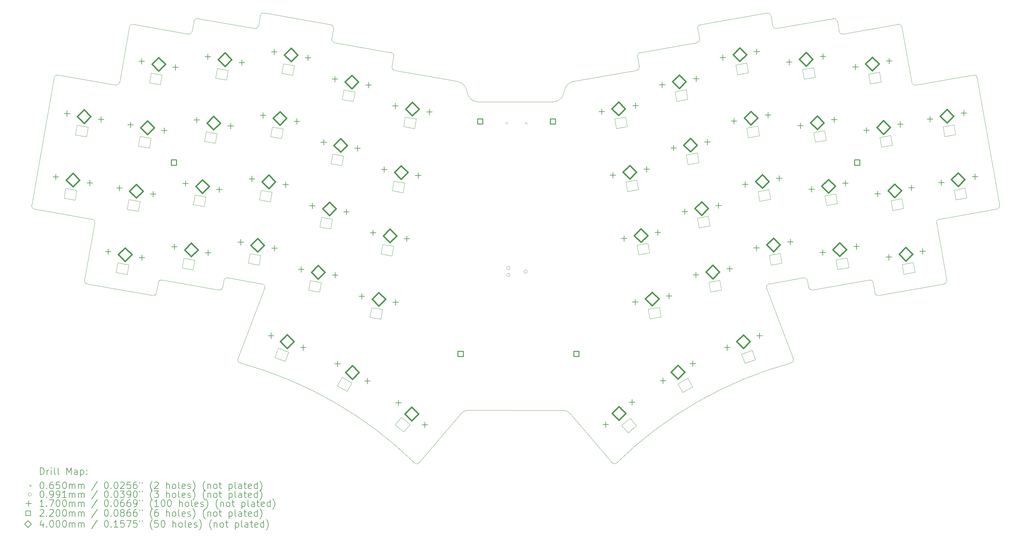
<source format=gbr>
%TF.GenerationSoftware,KiCad,Pcbnew,8.0.5*%
%TF.CreationDate,2024-10-09T17:31:26+02:00*%
%TF.ProjectId,phnx,70686e78-2e6b-4696-9361-645f70636258,A*%
%TF.SameCoordinates,Original*%
%TF.FileFunction,Drillmap*%
%TF.FilePolarity,Positive*%
%FSLAX45Y45*%
G04 Gerber Fmt 4.5, Leading zero omitted, Abs format (unit mm)*
G04 Created by KiCad (PCBNEW 8.0.5) date 2024-10-09 17:31:26*
%MOMM*%
%LPD*%
G01*
G04 APERTURE LIST*
%ADD10C,0.100000*%
%ADD11C,0.050000*%
%ADD12C,0.200000*%
%ADD13C,0.170000*%
%ADD14C,0.220000*%
%ADD15C,0.400000*%
G04 APERTURE END LIST*
D10*
X28299496Y-15293967D02*
G75*
G02*
X28380611Y-15178116I98484J17367D01*
G01*
X32188157Y-7500617D02*
X30559630Y-7787458D01*
X7348148Y-9002682D02*
X9050000Y-9300000D01*
X23733355Y-20462692D02*
X22499720Y-19016205D01*
X29394264Y-14999387D02*
X28380612Y-15178121D01*
X10424362Y-15063379D02*
X12098535Y-15358581D01*
X9459223Y-7582827D02*
G75*
G02*
X9575070Y-7501706I98477J-17353D01*
G01*
X6649503Y-12967519D02*
G75*
G02*
X6568383Y-12851672I17357J98479D01*
G01*
X26267154Y-7630454D02*
G75*
G02*
X26348270Y-7514605I98486J17364D01*
G01*
X31618644Y-15521053D02*
G75*
G02*
X31502798Y-15439937I-17364J98483D01*
G01*
X22316105Y-9493332D02*
G75*
G02*
X21998436Y-9793898I-333245J34052D01*
G01*
X35113723Y-12966424D02*
X33411337Y-13266267D01*
X33330221Y-13382112D02*
G75*
G02*
X33411337Y-13266271I98479J17362D01*
G01*
X15410950Y-7514608D02*
G75*
G02*
X15492063Y-7630453I-17370J-98482D01*
G01*
X8351889Y-13267361D02*
G75*
G02*
X8433008Y-13383207I-17359J-98479D01*
G01*
X31334858Y-15063379D02*
G75*
G02*
X31450701Y-15144495I17362J-98481D01*
G01*
X7232302Y-9083798D02*
G75*
G02*
X7348148Y-9002683I98478J-17363D01*
G01*
X13273394Y-7543870D02*
X13325489Y-7248428D01*
X32304003Y-7581733D02*
X32597380Y-9217790D01*
X24482844Y-8452789D02*
G75*
G02*
X24563959Y-8336942I98476J17369D01*
G01*
X12214381Y-15277465D02*
X12249110Y-15080503D01*
X30275845Y-7329784D02*
G75*
G02*
X30391687Y-7410900I17365J-98476D01*
G01*
X32188157Y-7500617D02*
G75*
G02*
X32304005Y-7581733I17373J-98473D01*
G01*
X8212649Y-15181339D02*
X10140576Y-15521053D01*
X8433005Y-13383207D02*
X8131533Y-15065493D01*
X22316105Y-9493332D02*
G75*
G02*
X22596917Y-9187960I355945J-45518D01*
G01*
X11315435Y-7706342D02*
X11367530Y-7410900D01*
X18025865Y-20462691D02*
X19260280Y-19015728D01*
X23856948Y-20485692D02*
G75*
G02*
X29028903Y-17518049I8306462J-8485738D01*
G01*
X26238133Y-8041741D02*
X24563960Y-8336943D01*
X28485826Y-7543870D02*
X28433731Y-7248428D01*
X30275845Y-7329784D02*
X28601671Y-7624986D01*
X32713226Y-9298906D02*
G75*
G02*
X32597383Y-9217789I-17366J98476D01*
G01*
X18025865Y-20462691D02*
G75*
G02*
X17902274Y-20485689I-73515J51481D01*
G01*
X26267154Y-7630454D02*
X26319249Y-7925896D01*
X17195260Y-8336943D02*
G75*
G02*
X17276375Y-8452789I-17360J-98477D01*
G01*
X33330221Y-13382112D02*
X33631693Y-15064398D01*
X33631693Y-15064398D02*
G75*
G02*
X33550577Y-15180245I-98473J-17372D01*
G01*
X29088670Y-17389877D02*
G75*
G02*
X29028903Y-17518050I-93970J-34203D01*
G01*
X6649503Y-12967519D02*
X8351889Y-13267361D01*
X15492066Y-7630454D02*
X15439971Y-7925896D01*
X23856948Y-20485692D02*
G75*
G02*
X23733353Y-20462693I-50078J74482D01*
G01*
X28317886Y-7167312D02*
G75*
G02*
X28433729Y-7248428I17364J-98478D01*
G01*
X10256422Y-15439937D02*
X10308516Y-15144495D01*
X13273394Y-7543870D02*
G75*
G02*
X13157547Y-7624994I-98484J17360D01*
G01*
X12730317Y-17518048D02*
G75*
G02*
X17902272Y-20485692I-3134509J-11453382D01*
G01*
X12730317Y-17518048D02*
G75*
G02*
X12670552Y-17389877I34203J93968D01*
G01*
X11315435Y-7706342D02*
G75*
G02*
X11199588Y-7787465I-98485J17362D01*
G01*
X34530923Y-9082703D02*
X35194838Y-12850579D01*
X13459724Y-15293967D02*
X12670550Y-17389877D01*
X17276376Y-8452789D02*
X17224282Y-8748231D01*
X17305398Y-8864077D02*
X19162013Y-9189570D01*
X17305398Y-8864077D02*
G75*
G02*
X17224284Y-8748232I17362J98477D01*
G01*
X19760494Y-9795507D02*
X21998436Y-9793898D01*
X28317886Y-7167312D02*
X26348270Y-7514608D01*
X30443785Y-7706342D02*
X30391690Y-7410900D01*
X34415078Y-9001587D02*
G75*
G02*
X34530926Y-9082703I17372J-98473D01*
G01*
X10308516Y-15144495D02*
G75*
G02*
X10424362Y-15063376I98484J-17365D01*
G01*
X30559630Y-7787458D02*
G75*
G02*
X30443792Y-7706341I-17360J98478D01*
G01*
X11367530Y-7410900D02*
G75*
G02*
X11483376Y-7329781I98480J-17360D01*
G01*
X10256422Y-15439937D02*
G75*
G02*
X10140576Y-15521052I-98482J17367D01*
G01*
X12214381Y-15277465D02*
G75*
G02*
X12098535Y-15358581I-98481J17365D01*
G01*
X12249110Y-15080503D02*
G75*
G02*
X12364955Y-14999390I98480J-17367D01*
G01*
X29660685Y-15358581D02*
G75*
G02*
X29544839Y-15277465I-17365J98481D01*
G01*
X28601671Y-7624986D02*
G75*
G02*
X28485834Y-7543868I-17362J98476D01*
G01*
X9459223Y-7582827D02*
X9165846Y-9218884D01*
X26319249Y-7925896D02*
G75*
G02*
X26238132Y-8041739I-98479J-17364D01*
G01*
X8212649Y-15181339D02*
G75*
G02*
X8131532Y-15065493I17361J98479D01*
G01*
X7232302Y-9083798D02*
X6568387Y-12851673D01*
X31334858Y-15063379D02*
X29660685Y-15358581D01*
X9575069Y-7501712D02*
X11199590Y-7787458D01*
X13325489Y-7248428D02*
G75*
G02*
X13441335Y-7167309I98481J-17362D01*
G01*
X15521087Y-8041741D02*
X17195260Y-8336943D01*
X13378608Y-15178121D02*
G75*
G02*
X13459719Y-15293966I-17368J-98479D01*
G01*
X22288377Y-18920238D02*
G75*
G02*
X22499721Y-19016204I-14557J-312762D01*
G01*
X19760494Y-9795507D02*
G75*
G02*
X19442826Y-9494942I15576J334617D01*
G01*
X15521087Y-8041741D02*
G75*
G02*
X15439969Y-7925895I17363J98482D01*
G01*
X33550577Y-15180244D02*
X31618644Y-15521053D01*
X35194838Y-12850579D02*
G75*
G02*
X35113722Y-12966422I-98468J-17371D01*
G01*
X9165846Y-9218884D02*
G75*
G02*
X9050001Y-9299995I-98476J17364D01*
G01*
X12364956Y-14999387D02*
X13378608Y-15178121D01*
X31502798Y-15439937D02*
X31450704Y-15144495D01*
X19471623Y-18919762D02*
X22288377Y-18920238D01*
X11483375Y-7329784D02*
X13157548Y-7624986D01*
X29394264Y-14999387D02*
G75*
G02*
X29510112Y-15080503I17366J-98483D01*
G01*
X34415078Y-9001587D02*
X32713226Y-9298906D01*
X19260280Y-19015728D02*
G75*
G02*
X19471623Y-18919762I225900J-216792D01*
G01*
X28299496Y-15293967D02*
X29088670Y-17389877D01*
X24482844Y-8452789D02*
X24534938Y-8748231D01*
X19162013Y-9189570D02*
G75*
G02*
X19442825Y-9494942I-75133J-350890D01*
G01*
X24453822Y-8864077D02*
X22596917Y-9187961D01*
X24534938Y-8748231D02*
G75*
G02*
X24453823Y-8864079I-98478J-17369D01*
G01*
X13441334Y-7167312D02*
X15410950Y-7514608D01*
X29544839Y-15277465D02*
X29510110Y-15080503D01*
D11*
X26965788Y-15360066D02*
X26640801Y-15417370D01*
X26590443Y-15131775D01*
X26915430Y-15074471D01*
X26965788Y-15360066D01*
X15132535Y-15136032D02*
X15082177Y-15421626D01*
X14757190Y-15364322D01*
X14807548Y-15078728D01*
X15132535Y-15136032D01*
X12050128Y-10733899D02*
X11999770Y-11019493D01*
X11674784Y-10962189D01*
X11725142Y-10676595D01*
X12050128Y-10733899D01*
X26111865Y-18221644D02*
X25826077Y-18386644D01*
X25681077Y-18135496D01*
X25966865Y-17970496D01*
X26111865Y-18221644D01*
X28754440Y-14562351D02*
X28429453Y-14619654D01*
X28379095Y-14334060D01*
X28704082Y-14276756D01*
X28754440Y-14562351D01*
X32023402Y-11074258D02*
X31698415Y-11131562D01*
X31648057Y-10845968D01*
X31973044Y-10788664D01*
X32023402Y-11074258D01*
X25177136Y-16157781D02*
X24852150Y-16215085D01*
X24801792Y-15929491D01*
X25126778Y-15872187D01*
X25177136Y-16157781D01*
X34224372Y-12632461D02*
X33899386Y-12689765D01*
X33849028Y-12404171D01*
X34174014Y-12346867D01*
X34224372Y-12632461D01*
X33894441Y-10761326D02*
X33569454Y-10818630D01*
X33519096Y-10533036D01*
X33844083Y-10475732D01*
X33894441Y-10761326D01*
X12380060Y-8862764D02*
X12329702Y-9148359D01*
X12004715Y-9091055D01*
X12055073Y-8805461D01*
X12380060Y-8862764D01*
X31693470Y-9203124D02*
X31368484Y-9260427D01*
X31318126Y-8974833D01*
X31643112Y-8917529D01*
X31693470Y-9203124D01*
X26631515Y-13464311D02*
X26306529Y-13521615D01*
X26256171Y-13236021D01*
X26581157Y-13178717D01*
X26631515Y-13464311D01*
X16037084Y-18107817D02*
X15892084Y-18358964D01*
X15606296Y-18193964D01*
X15751296Y-17942817D01*
X16037084Y-18107817D01*
X9766579Y-12742886D02*
X9716221Y-13028480D01*
X9391234Y-12971177D01*
X9441592Y-12685582D01*
X9766579Y-12742886D01*
X10426442Y-9000616D02*
X10376084Y-9286211D01*
X10051098Y-9228907D01*
X10101456Y-8943313D01*
X10426442Y-9000616D01*
X27761615Y-8931760D02*
X27436628Y-8989064D01*
X27386270Y-8703470D01*
X27711257Y-8646166D01*
X27761615Y-8931760D01*
X14166480Y-17194968D02*
X14067294Y-17467478D01*
X13757195Y-17354612D01*
X13856381Y-17082101D01*
X14166480Y-17194968D01*
X11720197Y-12605034D02*
X11669839Y-12890628D01*
X11344852Y-12833324D01*
X11395210Y-12547730D01*
X11720197Y-12605034D01*
X25971652Y-9722041D02*
X25646666Y-9779345D01*
X25596308Y-9493751D01*
X25921294Y-9436447D01*
X25971652Y-9722041D01*
X10096511Y-10871751D02*
X10046153Y-11157346D01*
X9721166Y-11100042D01*
X9771524Y-10814447D01*
X10096511Y-10871751D01*
X17605670Y-12195818D02*
X17555312Y-12481413D01*
X17230325Y-12424109D01*
X17280683Y-12138514D01*
X17605670Y-12195818D01*
X16126670Y-9498007D02*
X16076312Y-9783602D01*
X15751326Y-9726298D01*
X15801684Y-9440703D01*
X16126670Y-9498007D01*
X32353333Y-12945393D02*
X32028347Y-13002697D01*
X31977989Y-12717103D01*
X32302975Y-12659799D01*
X32353333Y-12945393D01*
X14003746Y-10596047D02*
X13953388Y-10881641D01*
X13628401Y-10824337D01*
X13678759Y-10538743D01*
X14003746Y-10596047D01*
X29739853Y-9065272D02*
X29414866Y-9122575D01*
X29364508Y-8836981D01*
X29689495Y-8779677D01*
X29739853Y-9065272D01*
X17753703Y-19339717D02*
X17567295Y-19561870D01*
X17314500Y-19349750D01*
X17500909Y-19127597D01*
X17753703Y-19339717D01*
X7898498Y-12413467D02*
X7848140Y-12699061D01*
X7523153Y-12641757D01*
X7573511Y-12356163D01*
X7898498Y-12413467D01*
X13673814Y-12467181D02*
X13623456Y-12752776D01*
X13298470Y-12695472D01*
X13348828Y-12409878D01*
X13673814Y-12467181D01*
X17939942Y-10300064D02*
X17889584Y-10585658D01*
X17564598Y-10528354D01*
X17614956Y-10242760D01*
X17939942Y-10300064D01*
X17275738Y-14066953D02*
X17225380Y-14352548D01*
X16900394Y-14295244D01*
X16950752Y-14009649D01*
X17275738Y-14066953D01*
X32686295Y-14833714D02*
X32361309Y-14891018D01*
X32310951Y-14605423D01*
X32635937Y-14548119D01*
X32686295Y-14833714D01*
X13343883Y-14338316D02*
X13293525Y-14623911D01*
X12968538Y-14566607D01*
X13018896Y-14281013D01*
X13343883Y-14338316D01*
X27970618Y-17414746D02*
X27660519Y-17527613D01*
X27561333Y-17255102D01*
X27871432Y-17142236D01*
X27970618Y-17414746D01*
X24512932Y-12390891D02*
X24187945Y-12448195D01*
X24137587Y-12162601D01*
X24462574Y-12105297D01*
X24512932Y-12390891D01*
X30732678Y-14695862D02*
X30407691Y-14753166D01*
X30357333Y-14467571D01*
X30682320Y-14410267D01*
X30732678Y-14695862D01*
X24455069Y-19374745D02*
X24202275Y-19586865D01*
X24015866Y-19364712D01*
X24268661Y-19152592D01*
X24455069Y-19374745D01*
X9436648Y-14614020D02*
X9386290Y-14899615D01*
X9061303Y-14842311D01*
X9111661Y-14556717D01*
X9436648Y-14614020D01*
X24842863Y-14262026D02*
X24517877Y-14319330D01*
X24467519Y-14033736D01*
X24792505Y-13976432D01*
X24842863Y-14262026D01*
X15792398Y-11393762D02*
X15742040Y-11679357D01*
X15417053Y-11622053D01*
X15467411Y-11336458D01*
X15792398Y-11393762D01*
X16945807Y-15938088D02*
X16895449Y-16223683D01*
X16570462Y-16166379D01*
X16620820Y-15880784D01*
X16945807Y-15938088D01*
X30068473Y-10928972D02*
X29743487Y-10986276D01*
X29693129Y-10700682D01*
X30018115Y-10643378D01*
X30068473Y-10928972D01*
X11390265Y-14476169D02*
X11339907Y-14761763D01*
X11014921Y-14704459D01*
X11065279Y-14418865D01*
X11390265Y-14476169D01*
X8235816Y-10543634D02*
X8185458Y-10829229D01*
X7860471Y-10771925D01*
X7910829Y-10486331D01*
X8235816Y-10543634D01*
X28090236Y-10795461D02*
X27765249Y-10852765D01*
X27714891Y-10567171D01*
X28039878Y-10509867D01*
X28090236Y-10795461D01*
X14333677Y-8724912D02*
X14283319Y-9010507D01*
X13958333Y-8953203D01*
X14008691Y-8667608D01*
X14333677Y-8724912D01*
X15462466Y-13264897D02*
X15412108Y-13550491D01*
X15087122Y-13493187D01*
X15137480Y-13207593D01*
X15462466Y-13264897D01*
X26301584Y-11593176D02*
X25976597Y-11650480D01*
X25926239Y-11364886D01*
X26251226Y-11307582D01*
X26301584Y-11593176D01*
X24184311Y-10527191D02*
X23859325Y-10584495D01*
X23808967Y-10298901D01*
X24133953Y-10241597D01*
X24184311Y-10527191D01*
X30398405Y-12800107D02*
X30073418Y-12857410D01*
X30023060Y-12571816D01*
X30348047Y-12514512D01*
X30398405Y-12800107D01*
X28421478Y-12674030D02*
X28096492Y-12731334D01*
X28046134Y-12445740D01*
X28371120Y-12388436D01*
X28421478Y-12674030D01*
D12*
D10*
X20583110Y-10390664D02*
X20648110Y-10455664D01*
X20648110Y-10390664D02*
X20583110Y-10455664D01*
X21161110Y-10390664D02*
X21226110Y-10455664D01*
X21226110Y-10390664D02*
X21161110Y-10455664D01*
X20716530Y-14711900D02*
G75*
G02*
X20617470Y-14711900I-49530J0D01*
G01*
X20617470Y-14711900D02*
G75*
G02*
X20716530Y-14711900I49530J0D01*
G01*
X20716530Y-14915100D02*
G75*
G02*
X20617470Y-14915100I-49530J0D01*
G01*
X20617470Y-14915100D02*
G75*
G02*
X20716530Y-14915100I49530J0D01*
G01*
X21224530Y-14813500D02*
G75*
G02*
X21125470Y-14813500I-49530J0D01*
G01*
X21125470Y-14813500D02*
G75*
G02*
X21224530Y-14813500I49530J0D01*
G01*
D13*
X7285169Y-11931178D02*
X7285169Y-12101178D01*
X7200169Y-12016178D02*
X7370169Y-12016178D01*
X7615968Y-10055119D02*
X7615968Y-10225119D01*
X7530968Y-10140119D02*
X7700968Y-10140119D01*
X8285733Y-12107604D02*
X8285733Y-12277604D01*
X8200733Y-12192604D02*
X8370733Y-12192604D01*
X8616533Y-10231545D02*
X8616533Y-10401545D01*
X8531533Y-10316545D02*
X8701533Y-10316545D01*
X8829836Y-14137958D02*
X8829836Y-14307958D01*
X8744836Y-14222958D02*
X8914836Y-14222958D01*
X9160636Y-12261899D02*
X9160636Y-12431899D01*
X9075636Y-12346899D02*
X9245636Y-12346899D01*
X9491436Y-10385840D02*
X9491436Y-10555840D01*
X9406436Y-10470840D02*
X9576436Y-10470840D01*
X9822235Y-8509782D02*
X9822235Y-8679782D01*
X9737235Y-8594782D02*
X9907235Y-8594782D01*
X9830401Y-14314384D02*
X9830401Y-14484384D01*
X9745401Y-14399384D02*
X9915401Y-14399384D01*
X10161201Y-12438325D02*
X10161201Y-12608325D01*
X10076201Y-12523325D02*
X10246201Y-12523325D01*
X10492000Y-10562267D02*
X10492000Y-10732267D01*
X10407000Y-10647267D02*
X10577000Y-10647267D01*
X10788595Y-13999743D02*
X10788595Y-14169743D01*
X10703595Y-14084743D02*
X10873595Y-14084743D01*
X10822800Y-8686208D02*
X10822800Y-8856208D01*
X10737800Y-8771208D02*
X10907800Y-8771208D01*
X11119395Y-12123684D02*
X11119395Y-12293684D01*
X11034395Y-12208684D02*
X11204394Y-12208684D01*
X11450194Y-10247626D02*
X11450194Y-10417626D01*
X11365194Y-10332626D02*
X11535194Y-10332626D01*
X11780994Y-8371567D02*
X11780994Y-8541567D01*
X11695994Y-8456567D02*
X11865994Y-8456567D01*
X11789160Y-14176170D02*
X11789160Y-14346170D01*
X11704160Y-14261170D02*
X11874160Y-14261170D01*
X12119959Y-12300111D02*
X12119959Y-12470111D01*
X12034959Y-12385111D02*
X12204959Y-12385111D01*
X12450759Y-10424052D02*
X12450759Y-10594052D01*
X12365759Y-10509052D02*
X12535759Y-10509052D01*
X12747353Y-13861528D02*
X12747353Y-14031528D01*
X12662353Y-13946528D02*
X12832353Y-13946528D01*
X12781559Y-8547993D02*
X12781559Y-8717993D01*
X12696559Y-8632993D02*
X12866559Y-8632993D01*
X13078153Y-11985469D02*
X13078153Y-12155469D01*
X12993153Y-12070469D02*
X13163153Y-12070469D01*
X13408953Y-10109411D02*
X13408953Y-10279411D01*
X13323953Y-10194411D02*
X13493953Y-10194411D01*
X13645336Y-16625244D02*
X13645336Y-16795244D01*
X13560336Y-16710244D02*
X13730336Y-16710244D01*
X13739753Y-8233352D02*
X13739753Y-8403352D01*
X13654753Y-8318352D02*
X13824753Y-8318352D01*
X13747918Y-14037955D02*
X13747918Y-14207955D01*
X13662918Y-14122955D02*
X13832918Y-14122955D01*
X14078718Y-12161896D02*
X14078718Y-12331896D01*
X13993718Y-12246896D02*
X14163718Y-12246896D01*
X14409518Y-10285837D02*
X14409518Y-10455837D01*
X14324518Y-10370837D02*
X14494518Y-10370837D01*
X14540712Y-14661343D02*
X14540712Y-14831343D01*
X14455712Y-14746343D02*
X14625712Y-14746343D01*
X14600064Y-16972736D02*
X14600064Y-17142736D01*
X14515064Y-17057736D02*
X14685064Y-17057736D01*
X14740317Y-8409778D02*
X14740317Y-8579778D01*
X14655317Y-8494778D02*
X14825317Y-8494778D01*
X14871512Y-12785284D02*
X14871512Y-12955284D01*
X14786512Y-12870284D02*
X14956512Y-12870284D01*
X15202312Y-10909225D02*
X15202312Y-11079225D01*
X15117312Y-10994225D02*
X15287312Y-10994225D01*
X15533112Y-9033166D02*
X15533112Y-9203166D01*
X15448112Y-9118166D02*
X15618112Y-9118166D01*
X15541277Y-14837769D02*
X15541277Y-15007769D01*
X15456277Y-14922769D02*
X15626277Y-14922769D01*
X15611734Y-17458544D02*
X15611734Y-17628544D01*
X15526734Y-17543544D02*
X15696734Y-17543544D01*
X15872077Y-12961711D02*
X15872077Y-13131711D01*
X15787077Y-13046711D02*
X15957077Y-13046711D01*
X16202877Y-11085652D02*
X16202877Y-11255651D01*
X16117877Y-11170652D02*
X16287877Y-11170652D01*
X16334071Y-15461157D02*
X16334071Y-15631157D01*
X16249071Y-15546157D02*
X16419071Y-15546157D01*
X16491616Y-17966544D02*
X16491616Y-18136544D01*
X16406616Y-18051544D02*
X16576616Y-18051544D01*
X16533676Y-9209593D02*
X16533676Y-9379593D01*
X16448676Y-9294593D02*
X16618676Y-9294593D01*
X16664871Y-13585098D02*
X16664871Y-13755098D01*
X16579871Y-13670098D02*
X16749871Y-13670098D01*
X16995671Y-11709039D02*
X16995671Y-11879039D01*
X16910671Y-11794039D02*
X17080671Y-11794039D01*
X17326471Y-9832981D02*
X17326471Y-10002981D01*
X17241471Y-9917981D02*
X17411471Y-9917981D01*
X17334636Y-15637584D02*
X17334636Y-15807584D01*
X17249636Y-15722584D02*
X17419636Y-15722584D01*
X17416677Y-18613258D02*
X17416677Y-18783258D01*
X17331677Y-18698258D02*
X17501677Y-18698258D01*
X17665436Y-13761525D02*
X17665436Y-13931525D01*
X17580436Y-13846525D02*
X17750436Y-13846525D01*
X17996235Y-11885466D02*
X17996235Y-12055466D01*
X17911235Y-11970466D02*
X18081235Y-11970466D01*
X18194978Y-19266330D02*
X18194978Y-19436330D01*
X18109978Y-19351330D02*
X18279978Y-19351330D01*
X18327035Y-10009407D02*
X18327035Y-10179407D01*
X18242035Y-10094407D02*
X18412035Y-10094407D01*
X23424749Y-10000072D02*
X23424749Y-10170072D01*
X23339749Y-10085072D02*
X23509749Y-10085072D01*
X23545709Y-19250290D02*
X23545709Y-19420290D01*
X23460709Y-19335290D02*
X23630709Y-19335290D01*
X23755548Y-11876131D02*
X23755548Y-12046131D01*
X23670548Y-11961131D02*
X23840548Y-11961131D01*
X24086348Y-13752189D02*
X24086348Y-13922189D01*
X24001348Y-13837189D02*
X24171348Y-13837189D01*
X24324010Y-18597218D02*
X24324010Y-18767218D01*
X24239010Y-18682218D02*
X24409010Y-18682218D01*
X24417148Y-15628248D02*
X24417148Y-15798248D01*
X24332148Y-15713248D02*
X24502148Y-15713248D01*
X24425313Y-9823645D02*
X24425313Y-9993645D01*
X24340313Y-9908645D02*
X24510313Y-9908645D01*
X24756113Y-11699704D02*
X24756113Y-11869704D01*
X24671113Y-11784704D02*
X24841113Y-11784704D01*
X25086913Y-13575763D02*
X25086913Y-13745763D01*
X25001913Y-13660763D02*
X25171913Y-13660763D01*
X25218107Y-9200257D02*
X25218107Y-9370257D01*
X25133107Y-9285257D02*
X25303107Y-9285257D01*
X25239376Y-17957948D02*
X25239376Y-18127948D01*
X25154376Y-18042948D02*
X25324376Y-18042948D01*
X25417713Y-15451822D02*
X25417713Y-15621822D01*
X25332713Y-15536822D02*
X25502713Y-15536822D01*
X25548907Y-11076316D02*
X25548907Y-11246316D01*
X25463907Y-11161316D02*
X25633907Y-11161316D01*
X25879707Y-12952375D02*
X25879707Y-13122375D01*
X25794707Y-13037375D02*
X25964707Y-13037375D01*
X26119257Y-17449948D02*
X26119257Y-17619948D01*
X26034257Y-17534948D02*
X26204257Y-17534948D01*
X26210507Y-14828434D02*
X26210507Y-14998434D01*
X26125507Y-14913434D02*
X26295507Y-14913434D01*
X26218672Y-9023831D02*
X26218672Y-9193831D01*
X26133672Y-9108831D02*
X26303672Y-9108831D01*
X26549472Y-10899890D02*
X26549472Y-11069890D01*
X26464472Y-10984890D02*
X26634472Y-10984890D01*
X26880272Y-12775948D02*
X26880272Y-12945948D01*
X26795272Y-12860948D02*
X26965272Y-12860948D01*
X27011466Y-8400443D02*
X27011466Y-8570443D01*
X26926466Y-8485443D02*
X27096466Y-8485443D01*
X27138134Y-16975882D02*
X27138134Y-17145882D01*
X27053134Y-17060882D02*
X27223134Y-17060882D01*
X27211071Y-14652007D02*
X27211071Y-14822007D01*
X27126071Y-14737007D02*
X27296071Y-14737007D01*
X27342266Y-10276502D02*
X27342266Y-10446502D01*
X27257266Y-10361502D02*
X27427266Y-10361502D01*
X27673066Y-12152560D02*
X27673066Y-12322560D01*
X27588066Y-12237560D02*
X27758066Y-12237560D01*
X28003866Y-14028619D02*
X28003866Y-14198619D01*
X27918866Y-14113619D02*
X28088866Y-14113619D01*
X28012031Y-8224016D02*
X28012031Y-8394016D01*
X27927031Y-8309016D02*
X28097031Y-8309016D01*
X28092862Y-16628390D02*
X28092862Y-16798390D01*
X28007862Y-16713390D02*
X28177862Y-16713390D01*
X28342831Y-10100075D02*
X28342831Y-10270075D01*
X28257831Y-10185075D02*
X28427831Y-10185075D01*
X28673630Y-11976134D02*
X28673630Y-12146134D01*
X28588630Y-12061134D02*
X28758630Y-12061134D01*
X28970225Y-8538658D02*
X28970225Y-8708658D01*
X28885225Y-8623658D02*
X29055225Y-8623658D01*
X29004430Y-13852193D02*
X29004430Y-14022193D01*
X28919430Y-13937193D02*
X29089430Y-13937193D01*
X29301025Y-10414716D02*
X29301025Y-10584716D01*
X29216025Y-10499716D02*
X29386025Y-10499716D01*
X29631824Y-12290775D02*
X29631824Y-12460775D01*
X29546824Y-12375775D02*
X29716824Y-12375775D01*
X29962624Y-14166834D02*
X29962624Y-14336834D01*
X29877624Y-14251834D02*
X30047624Y-14251834D01*
X29970790Y-8362231D02*
X29970790Y-8532232D01*
X29885790Y-8447232D02*
X30055790Y-8447232D01*
X30301589Y-10238290D02*
X30301589Y-10408290D01*
X30216589Y-10323290D02*
X30386589Y-10323290D01*
X30632389Y-12114349D02*
X30632389Y-12284349D01*
X30547389Y-12199349D02*
X30717389Y-12199349D01*
X30928984Y-8676873D02*
X30928984Y-8846873D01*
X30843984Y-8761873D02*
X31013984Y-8761873D01*
X30963189Y-13990408D02*
X30963189Y-14160408D01*
X30878189Y-14075408D02*
X31048189Y-14075408D01*
X31259783Y-10552932D02*
X31259783Y-10722932D01*
X31174783Y-10637932D02*
X31344783Y-10637932D01*
X31590583Y-12428990D02*
X31590583Y-12598990D01*
X31505583Y-12513990D02*
X31675583Y-12513990D01*
X31921383Y-14305049D02*
X31921383Y-14475049D01*
X31836383Y-14390049D02*
X32006383Y-14390049D01*
X31929548Y-8500446D02*
X31929548Y-8670446D01*
X31844548Y-8585446D02*
X32014548Y-8585446D01*
X32260348Y-10376505D02*
X32260348Y-10546505D01*
X32175348Y-10461505D02*
X32345348Y-10461505D01*
X32591148Y-12252564D02*
X32591148Y-12422564D01*
X32506148Y-12337564D02*
X32676148Y-12337564D01*
X32921948Y-14128623D02*
X32921948Y-14298623D01*
X32836948Y-14213623D02*
X33006948Y-14213623D01*
X33135178Y-10221512D02*
X33135178Y-10391512D01*
X33050178Y-10306512D02*
X33220178Y-10306512D01*
X33465978Y-12097570D02*
X33465978Y-12267570D01*
X33380978Y-12182570D02*
X33550978Y-12182570D01*
X34135742Y-10045085D02*
X34135742Y-10215085D01*
X34050742Y-10130085D02*
X34220742Y-10130085D01*
X34466542Y-11921143D02*
X34466542Y-12091143D01*
X34381542Y-12006143D02*
X34551542Y-12006143D01*
D14*
X10850156Y-11665914D02*
X10850156Y-11510349D01*
X10694591Y-11510349D01*
X10694591Y-11665914D01*
X10850156Y-11665914D01*
X19327783Y-17327783D02*
X19327783Y-17172218D01*
X19172218Y-17172218D01*
X19172218Y-17327783D01*
X19327783Y-17327783D01*
X19904893Y-10448447D02*
X19904893Y-10292882D01*
X19749328Y-10292882D01*
X19749328Y-10448447D01*
X19904893Y-10448447D01*
X22059893Y-10448447D02*
X22059893Y-10292882D01*
X21904328Y-10292882D01*
X21904328Y-10448447D01*
X22059893Y-10448447D01*
X22750382Y-17327783D02*
X22750382Y-17172218D01*
X22594817Y-17172218D01*
X22594817Y-17327783D01*
X22750382Y-17327783D01*
X31055896Y-11665914D02*
X31055896Y-11510349D01*
X30900331Y-11510349D01*
X30900331Y-11665914D01*
X31055896Y-11665914D01*
D15*
X7785451Y-12304391D02*
X7985451Y-12104391D01*
X7785451Y-11904391D01*
X7585451Y-12104391D01*
X7785451Y-12304391D01*
X8116251Y-10428332D02*
X8316251Y-10228332D01*
X8116251Y-10028332D01*
X7916251Y-10228332D01*
X8116251Y-10428332D01*
X9330119Y-14511171D02*
X9530119Y-14311171D01*
X9330119Y-14111171D01*
X9130119Y-14311171D01*
X9330119Y-14511171D01*
X9660918Y-12635112D02*
X9860918Y-12435112D01*
X9660918Y-12235112D01*
X9460918Y-12435112D01*
X9660918Y-12635112D01*
X9991718Y-10759054D02*
X10191718Y-10559054D01*
X9991718Y-10359054D01*
X9791718Y-10559054D01*
X9991718Y-10759054D01*
X10322518Y-8882995D02*
X10522518Y-8682995D01*
X10322518Y-8482995D01*
X10122518Y-8682995D01*
X10322518Y-8882995D01*
X11288877Y-14372956D02*
X11488877Y-14172956D01*
X11288877Y-13972956D01*
X11088877Y-14172956D01*
X11288877Y-14372956D01*
X11619677Y-12496897D02*
X11819677Y-12296897D01*
X11619677Y-12096897D01*
X11419677Y-12296897D01*
X11619677Y-12496897D01*
X11950477Y-10620839D02*
X12150477Y-10420839D01*
X11950477Y-10220839D01*
X11750477Y-10420839D01*
X11950477Y-10620839D01*
X12281276Y-8744780D02*
X12481276Y-8544780D01*
X12281276Y-8344780D01*
X12081276Y-8544780D01*
X12281276Y-8744780D01*
X13247636Y-14234741D02*
X13447636Y-14034741D01*
X13247636Y-13834741D01*
X13047636Y-14034741D01*
X13247636Y-14234741D01*
X13578436Y-12358683D02*
X13778436Y-12158683D01*
X13578436Y-11958683D01*
X13378436Y-12158683D01*
X13578436Y-12358683D01*
X13909236Y-10482624D02*
X14109236Y-10282624D01*
X13909236Y-10082624D01*
X13709236Y-10282624D01*
X13909236Y-10482624D01*
X14122700Y-17083990D02*
X14322700Y-16883990D01*
X14122700Y-16683990D01*
X13922700Y-16883990D01*
X14122700Y-17083990D01*
X14240035Y-8606565D02*
X14440035Y-8406565D01*
X14240035Y-8206565D01*
X14040035Y-8406565D01*
X14240035Y-8606565D01*
X15040995Y-15034556D02*
X15240995Y-14834556D01*
X15040995Y-14634556D01*
X14840995Y-14834556D01*
X15040995Y-15034556D01*
X15371794Y-13158497D02*
X15571794Y-12958497D01*
X15371794Y-12758497D01*
X15171794Y-12958497D01*
X15371794Y-13158497D01*
X15702594Y-11282438D02*
X15902594Y-11082438D01*
X15702594Y-10882438D01*
X15502594Y-11082438D01*
X15702594Y-11282438D01*
X16033394Y-9406380D02*
X16233394Y-9206380D01*
X16033394Y-9006380D01*
X15833394Y-9206380D01*
X16033394Y-9406380D01*
X16051675Y-17997544D02*
X16251675Y-17797544D01*
X16051675Y-17597544D01*
X15851675Y-17797544D01*
X16051675Y-17997544D01*
X16834354Y-15834370D02*
X17034354Y-15634370D01*
X16834354Y-15434370D01*
X16634354Y-15634370D01*
X16834354Y-15834370D01*
X17165153Y-13958311D02*
X17365153Y-13758311D01*
X17165153Y-13558311D01*
X16965153Y-13758311D01*
X17165153Y-13958311D01*
X17495953Y-12082253D02*
X17695953Y-11882253D01*
X17495953Y-11682253D01*
X17295953Y-11882253D01*
X17495953Y-12082253D01*
X17805827Y-19224794D02*
X18005827Y-19024794D01*
X17805827Y-18824794D01*
X17605827Y-19024794D01*
X17805827Y-19224794D01*
X17826753Y-10206194D02*
X18026753Y-10006194D01*
X17826753Y-9806194D01*
X17626753Y-10006194D01*
X17826753Y-10206194D01*
X23925031Y-10196859D02*
X24125031Y-9996859D01*
X23925031Y-9796859D01*
X23725031Y-9996859D01*
X23925031Y-10196859D01*
X23934859Y-19208754D02*
X24134859Y-19008754D01*
X23934859Y-18808754D01*
X23734859Y-19008754D01*
X23934859Y-19208754D01*
X24255831Y-12072917D02*
X24455831Y-11872917D01*
X24255831Y-11672917D01*
X24055831Y-11872917D01*
X24255831Y-12072917D01*
X24586630Y-13948976D02*
X24786630Y-13748976D01*
X24586630Y-13548976D01*
X24386630Y-13748976D01*
X24586630Y-13948976D01*
X24917430Y-15825035D02*
X25117430Y-15625035D01*
X24917430Y-15425035D01*
X24717430Y-15625035D01*
X24917430Y-15825035D01*
X25679316Y-17988948D02*
X25879316Y-17788948D01*
X25679316Y-17588948D01*
X25479316Y-17788948D01*
X25679316Y-17988948D01*
X25718390Y-9397044D02*
X25918390Y-9197044D01*
X25718390Y-8997044D01*
X25518390Y-9197044D01*
X25718390Y-9397044D01*
X26049189Y-11273103D02*
X26249189Y-11073103D01*
X26049189Y-10873103D01*
X25849189Y-11073103D01*
X26049189Y-11273103D01*
X26379989Y-13149162D02*
X26579989Y-12949162D01*
X26379989Y-12749162D01*
X26179989Y-12949162D01*
X26379989Y-13149162D01*
X26710789Y-15025220D02*
X26910789Y-14825220D01*
X26710789Y-14625220D01*
X26510789Y-14825220D01*
X26710789Y-15025220D01*
X27511749Y-8597230D02*
X27711749Y-8397230D01*
X27511749Y-8197230D01*
X27311749Y-8397230D01*
X27511749Y-8597230D01*
X27615498Y-17087136D02*
X27815498Y-16887136D01*
X27615498Y-16687136D01*
X27415498Y-16887136D01*
X27615498Y-17087136D01*
X27842548Y-10473289D02*
X28042548Y-10273289D01*
X27842548Y-10073289D01*
X27642548Y-10273289D01*
X27842548Y-10473289D01*
X28173348Y-12349347D02*
X28373348Y-12149347D01*
X28173348Y-11949347D01*
X27973348Y-12149347D01*
X28173348Y-12349347D01*
X28504148Y-14225406D02*
X28704148Y-14025406D01*
X28504148Y-13825406D01*
X28304148Y-14025406D01*
X28504148Y-14225406D01*
X29470507Y-8735445D02*
X29670507Y-8535445D01*
X29470507Y-8335445D01*
X29270507Y-8535445D01*
X29470507Y-8735445D01*
X29801307Y-10611503D02*
X30001307Y-10411503D01*
X29801307Y-10211503D01*
X29601307Y-10411503D01*
X29801307Y-10611503D01*
X30132107Y-12487562D02*
X30332107Y-12287562D01*
X30132107Y-12087562D01*
X29932107Y-12287562D01*
X30132107Y-12487562D01*
X30462907Y-14363621D02*
X30662907Y-14163621D01*
X30462907Y-13963621D01*
X30262907Y-14163621D01*
X30462907Y-14363621D01*
X31429266Y-8873660D02*
X31629266Y-8673660D01*
X31429266Y-8473660D01*
X31229266Y-8673660D01*
X31429266Y-8873660D01*
X31760066Y-10749718D02*
X31960066Y-10549718D01*
X31760066Y-10349718D01*
X31560066Y-10549718D01*
X31760066Y-10749718D01*
X32090865Y-12625777D02*
X32290865Y-12425777D01*
X32090865Y-12225777D01*
X31890865Y-12425777D01*
X32090865Y-12625777D01*
X32421665Y-14501836D02*
X32621665Y-14301836D01*
X32421665Y-14101836D01*
X32221665Y-14301836D01*
X32421665Y-14501836D01*
X33635460Y-10418298D02*
X33835460Y-10218298D01*
X33635460Y-10018298D01*
X33435460Y-10218298D01*
X33635460Y-10418298D01*
X33966260Y-12294357D02*
X34166260Y-12094357D01*
X33966260Y-11894357D01*
X33766260Y-12094357D01*
X33966260Y-12294357D01*
D12*
X6822640Y-20817445D02*
X6822640Y-20617445D01*
X6822640Y-20617445D02*
X6870259Y-20617445D01*
X6870259Y-20617445D02*
X6898831Y-20626969D01*
X6898831Y-20626969D02*
X6917878Y-20646016D01*
X6917878Y-20646016D02*
X6927402Y-20665064D01*
X6927402Y-20665064D02*
X6936926Y-20703159D01*
X6936926Y-20703159D02*
X6936926Y-20731731D01*
X6936926Y-20731731D02*
X6927402Y-20769826D01*
X6927402Y-20769826D02*
X6917878Y-20788874D01*
X6917878Y-20788874D02*
X6898831Y-20807921D01*
X6898831Y-20807921D02*
X6870259Y-20817445D01*
X6870259Y-20817445D02*
X6822640Y-20817445D01*
X7022640Y-20817445D02*
X7022640Y-20684112D01*
X7022640Y-20722207D02*
X7032164Y-20703159D01*
X7032164Y-20703159D02*
X7041688Y-20693635D01*
X7041688Y-20693635D02*
X7060735Y-20684112D01*
X7060735Y-20684112D02*
X7079783Y-20684112D01*
X7146450Y-20817445D02*
X7146450Y-20684112D01*
X7146450Y-20617445D02*
X7136926Y-20626969D01*
X7136926Y-20626969D02*
X7146450Y-20636493D01*
X7146450Y-20636493D02*
X7155973Y-20626969D01*
X7155973Y-20626969D02*
X7146450Y-20617445D01*
X7146450Y-20617445D02*
X7146450Y-20636493D01*
X7270259Y-20817445D02*
X7251212Y-20807921D01*
X7251212Y-20807921D02*
X7241688Y-20788874D01*
X7241688Y-20788874D02*
X7241688Y-20617445D01*
X7375021Y-20817445D02*
X7355973Y-20807921D01*
X7355973Y-20807921D02*
X7346450Y-20788874D01*
X7346450Y-20788874D02*
X7346450Y-20617445D01*
X7603593Y-20817445D02*
X7603593Y-20617445D01*
X7603593Y-20617445D02*
X7670259Y-20760302D01*
X7670259Y-20760302D02*
X7736926Y-20617445D01*
X7736926Y-20617445D02*
X7736926Y-20817445D01*
X7917878Y-20817445D02*
X7917878Y-20712683D01*
X7917878Y-20712683D02*
X7908354Y-20693635D01*
X7908354Y-20693635D02*
X7889307Y-20684112D01*
X7889307Y-20684112D02*
X7851212Y-20684112D01*
X7851212Y-20684112D02*
X7832164Y-20693635D01*
X7917878Y-20807921D02*
X7898831Y-20817445D01*
X7898831Y-20817445D02*
X7851212Y-20817445D01*
X7851212Y-20817445D02*
X7832164Y-20807921D01*
X7832164Y-20807921D02*
X7822640Y-20788874D01*
X7822640Y-20788874D02*
X7822640Y-20769826D01*
X7822640Y-20769826D02*
X7832164Y-20750778D01*
X7832164Y-20750778D02*
X7851212Y-20741255D01*
X7851212Y-20741255D02*
X7898831Y-20741255D01*
X7898831Y-20741255D02*
X7917878Y-20731731D01*
X8013116Y-20684112D02*
X8013116Y-20884112D01*
X8013116Y-20693635D02*
X8032164Y-20684112D01*
X8032164Y-20684112D02*
X8070259Y-20684112D01*
X8070259Y-20684112D02*
X8089307Y-20693635D01*
X8089307Y-20693635D02*
X8098831Y-20703159D01*
X8098831Y-20703159D02*
X8108354Y-20722207D01*
X8108354Y-20722207D02*
X8108354Y-20779350D01*
X8108354Y-20779350D02*
X8098831Y-20798397D01*
X8098831Y-20798397D02*
X8089307Y-20807921D01*
X8089307Y-20807921D02*
X8070259Y-20817445D01*
X8070259Y-20817445D02*
X8032164Y-20817445D01*
X8032164Y-20817445D02*
X8013116Y-20807921D01*
X8194069Y-20798397D02*
X8203593Y-20807921D01*
X8203593Y-20807921D02*
X8194069Y-20817445D01*
X8194069Y-20817445D02*
X8184545Y-20807921D01*
X8184545Y-20807921D02*
X8194069Y-20798397D01*
X8194069Y-20798397D02*
X8194069Y-20817445D01*
X8194069Y-20693635D02*
X8203593Y-20703159D01*
X8203593Y-20703159D02*
X8194069Y-20712683D01*
X8194069Y-20712683D02*
X8184545Y-20703159D01*
X8184545Y-20703159D02*
X8194069Y-20693635D01*
X8194069Y-20693635D02*
X8194069Y-20712683D01*
D10*
X6496863Y-21113461D02*
X6561863Y-21178461D01*
X6561863Y-21113461D02*
X6496863Y-21178461D01*
D12*
X6860735Y-21037445D02*
X6879783Y-21037445D01*
X6879783Y-21037445D02*
X6898831Y-21046969D01*
X6898831Y-21046969D02*
X6908354Y-21056493D01*
X6908354Y-21056493D02*
X6917878Y-21075540D01*
X6917878Y-21075540D02*
X6927402Y-21113635D01*
X6927402Y-21113635D02*
X6927402Y-21161255D01*
X6927402Y-21161255D02*
X6917878Y-21199350D01*
X6917878Y-21199350D02*
X6908354Y-21218397D01*
X6908354Y-21218397D02*
X6898831Y-21227921D01*
X6898831Y-21227921D02*
X6879783Y-21237445D01*
X6879783Y-21237445D02*
X6860735Y-21237445D01*
X6860735Y-21237445D02*
X6841688Y-21227921D01*
X6841688Y-21227921D02*
X6832164Y-21218397D01*
X6832164Y-21218397D02*
X6822640Y-21199350D01*
X6822640Y-21199350D02*
X6813116Y-21161255D01*
X6813116Y-21161255D02*
X6813116Y-21113635D01*
X6813116Y-21113635D02*
X6822640Y-21075540D01*
X6822640Y-21075540D02*
X6832164Y-21056493D01*
X6832164Y-21056493D02*
X6841688Y-21046969D01*
X6841688Y-21046969D02*
X6860735Y-21037445D01*
X7013116Y-21218397D02*
X7022640Y-21227921D01*
X7022640Y-21227921D02*
X7013116Y-21237445D01*
X7013116Y-21237445D02*
X7003593Y-21227921D01*
X7003593Y-21227921D02*
X7013116Y-21218397D01*
X7013116Y-21218397D02*
X7013116Y-21237445D01*
X7194069Y-21037445D02*
X7155973Y-21037445D01*
X7155973Y-21037445D02*
X7136926Y-21046969D01*
X7136926Y-21046969D02*
X7127402Y-21056493D01*
X7127402Y-21056493D02*
X7108354Y-21085064D01*
X7108354Y-21085064D02*
X7098831Y-21123159D01*
X7098831Y-21123159D02*
X7098831Y-21199350D01*
X7098831Y-21199350D02*
X7108354Y-21218397D01*
X7108354Y-21218397D02*
X7117878Y-21227921D01*
X7117878Y-21227921D02*
X7136926Y-21237445D01*
X7136926Y-21237445D02*
X7175021Y-21237445D01*
X7175021Y-21237445D02*
X7194069Y-21227921D01*
X7194069Y-21227921D02*
X7203593Y-21218397D01*
X7203593Y-21218397D02*
X7213116Y-21199350D01*
X7213116Y-21199350D02*
X7213116Y-21151731D01*
X7213116Y-21151731D02*
X7203593Y-21132683D01*
X7203593Y-21132683D02*
X7194069Y-21123159D01*
X7194069Y-21123159D02*
X7175021Y-21113635D01*
X7175021Y-21113635D02*
X7136926Y-21113635D01*
X7136926Y-21113635D02*
X7117878Y-21123159D01*
X7117878Y-21123159D02*
X7108354Y-21132683D01*
X7108354Y-21132683D02*
X7098831Y-21151731D01*
X7394069Y-21037445D02*
X7298831Y-21037445D01*
X7298831Y-21037445D02*
X7289307Y-21132683D01*
X7289307Y-21132683D02*
X7298831Y-21123159D01*
X7298831Y-21123159D02*
X7317878Y-21113635D01*
X7317878Y-21113635D02*
X7365497Y-21113635D01*
X7365497Y-21113635D02*
X7384545Y-21123159D01*
X7384545Y-21123159D02*
X7394069Y-21132683D01*
X7394069Y-21132683D02*
X7403593Y-21151731D01*
X7403593Y-21151731D02*
X7403593Y-21199350D01*
X7403593Y-21199350D02*
X7394069Y-21218397D01*
X7394069Y-21218397D02*
X7384545Y-21227921D01*
X7384545Y-21227921D02*
X7365497Y-21237445D01*
X7365497Y-21237445D02*
X7317878Y-21237445D01*
X7317878Y-21237445D02*
X7298831Y-21227921D01*
X7298831Y-21227921D02*
X7289307Y-21218397D01*
X7527402Y-21037445D02*
X7546450Y-21037445D01*
X7546450Y-21037445D02*
X7565497Y-21046969D01*
X7565497Y-21046969D02*
X7575021Y-21056493D01*
X7575021Y-21056493D02*
X7584545Y-21075540D01*
X7584545Y-21075540D02*
X7594069Y-21113635D01*
X7594069Y-21113635D02*
X7594069Y-21161255D01*
X7594069Y-21161255D02*
X7584545Y-21199350D01*
X7584545Y-21199350D02*
X7575021Y-21218397D01*
X7575021Y-21218397D02*
X7565497Y-21227921D01*
X7565497Y-21227921D02*
X7546450Y-21237445D01*
X7546450Y-21237445D02*
X7527402Y-21237445D01*
X7527402Y-21237445D02*
X7508354Y-21227921D01*
X7508354Y-21227921D02*
X7498831Y-21218397D01*
X7498831Y-21218397D02*
X7489307Y-21199350D01*
X7489307Y-21199350D02*
X7479783Y-21161255D01*
X7479783Y-21161255D02*
X7479783Y-21113635D01*
X7479783Y-21113635D02*
X7489307Y-21075540D01*
X7489307Y-21075540D02*
X7498831Y-21056493D01*
X7498831Y-21056493D02*
X7508354Y-21046969D01*
X7508354Y-21046969D02*
X7527402Y-21037445D01*
X7679783Y-21237445D02*
X7679783Y-21104112D01*
X7679783Y-21123159D02*
X7689307Y-21113635D01*
X7689307Y-21113635D02*
X7708354Y-21104112D01*
X7708354Y-21104112D02*
X7736926Y-21104112D01*
X7736926Y-21104112D02*
X7755974Y-21113635D01*
X7755974Y-21113635D02*
X7765497Y-21132683D01*
X7765497Y-21132683D02*
X7765497Y-21237445D01*
X7765497Y-21132683D02*
X7775021Y-21113635D01*
X7775021Y-21113635D02*
X7794069Y-21104112D01*
X7794069Y-21104112D02*
X7822640Y-21104112D01*
X7822640Y-21104112D02*
X7841688Y-21113635D01*
X7841688Y-21113635D02*
X7851212Y-21132683D01*
X7851212Y-21132683D02*
X7851212Y-21237445D01*
X7946450Y-21237445D02*
X7946450Y-21104112D01*
X7946450Y-21123159D02*
X7955974Y-21113635D01*
X7955974Y-21113635D02*
X7975021Y-21104112D01*
X7975021Y-21104112D02*
X8003593Y-21104112D01*
X8003593Y-21104112D02*
X8022640Y-21113635D01*
X8022640Y-21113635D02*
X8032164Y-21132683D01*
X8032164Y-21132683D02*
X8032164Y-21237445D01*
X8032164Y-21132683D02*
X8041688Y-21113635D01*
X8041688Y-21113635D02*
X8060735Y-21104112D01*
X8060735Y-21104112D02*
X8089307Y-21104112D01*
X8089307Y-21104112D02*
X8108355Y-21113635D01*
X8108355Y-21113635D02*
X8117878Y-21132683D01*
X8117878Y-21132683D02*
X8117878Y-21237445D01*
X8508355Y-21027921D02*
X8336926Y-21285064D01*
X8765498Y-21037445D02*
X8784545Y-21037445D01*
X8784545Y-21037445D02*
X8803593Y-21046969D01*
X8803593Y-21046969D02*
X8813117Y-21056493D01*
X8813117Y-21056493D02*
X8822640Y-21075540D01*
X8822640Y-21075540D02*
X8832164Y-21113635D01*
X8832164Y-21113635D02*
X8832164Y-21161255D01*
X8832164Y-21161255D02*
X8822640Y-21199350D01*
X8822640Y-21199350D02*
X8813117Y-21218397D01*
X8813117Y-21218397D02*
X8803593Y-21227921D01*
X8803593Y-21227921D02*
X8784545Y-21237445D01*
X8784545Y-21237445D02*
X8765498Y-21237445D01*
X8765498Y-21237445D02*
X8746450Y-21227921D01*
X8746450Y-21227921D02*
X8736926Y-21218397D01*
X8736926Y-21218397D02*
X8727402Y-21199350D01*
X8727402Y-21199350D02*
X8717879Y-21161255D01*
X8717879Y-21161255D02*
X8717879Y-21113635D01*
X8717879Y-21113635D02*
X8727402Y-21075540D01*
X8727402Y-21075540D02*
X8736926Y-21056493D01*
X8736926Y-21056493D02*
X8746450Y-21046969D01*
X8746450Y-21046969D02*
X8765498Y-21037445D01*
X8917879Y-21218397D02*
X8927402Y-21227921D01*
X8927402Y-21227921D02*
X8917879Y-21237445D01*
X8917879Y-21237445D02*
X8908355Y-21227921D01*
X8908355Y-21227921D02*
X8917879Y-21218397D01*
X8917879Y-21218397D02*
X8917879Y-21237445D01*
X9051212Y-21037445D02*
X9070260Y-21037445D01*
X9070260Y-21037445D02*
X9089307Y-21046969D01*
X9089307Y-21046969D02*
X9098831Y-21056493D01*
X9098831Y-21056493D02*
X9108355Y-21075540D01*
X9108355Y-21075540D02*
X9117879Y-21113635D01*
X9117879Y-21113635D02*
X9117879Y-21161255D01*
X9117879Y-21161255D02*
X9108355Y-21199350D01*
X9108355Y-21199350D02*
X9098831Y-21218397D01*
X9098831Y-21218397D02*
X9089307Y-21227921D01*
X9089307Y-21227921D02*
X9070260Y-21237445D01*
X9070260Y-21237445D02*
X9051212Y-21237445D01*
X9051212Y-21237445D02*
X9032164Y-21227921D01*
X9032164Y-21227921D02*
X9022640Y-21218397D01*
X9022640Y-21218397D02*
X9013117Y-21199350D01*
X9013117Y-21199350D02*
X9003593Y-21161255D01*
X9003593Y-21161255D02*
X9003593Y-21113635D01*
X9003593Y-21113635D02*
X9013117Y-21075540D01*
X9013117Y-21075540D02*
X9022640Y-21056493D01*
X9022640Y-21056493D02*
X9032164Y-21046969D01*
X9032164Y-21046969D02*
X9051212Y-21037445D01*
X9194069Y-21056493D02*
X9203593Y-21046969D01*
X9203593Y-21046969D02*
X9222640Y-21037445D01*
X9222640Y-21037445D02*
X9270260Y-21037445D01*
X9270260Y-21037445D02*
X9289307Y-21046969D01*
X9289307Y-21046969D02*
X9298831Y-21056493D01*
X9298831Y-21056493D02*
X9308355Y-21075540D01*
X9308355Y-21075540D02*
X9308355Y-21094588D01*
X9308355Y-21094588D02*
X9298831Y-21123159D01*
X9298831Y-21123159D02*
X9184545Y-21237445D01*
X9184545Y-21237445D02*
X9308355Y-21237445D01*
X9489307Y-21037445D02*
X9394069Y-21037445D01*
X9394069Y-21037445D02*
X9384545Y-21132683D01*
X9384545Y-21132683D02*
X9394069Y-21123159D01*
X9394069Y-21123159D02*
X9413117Y-21113635D01*
X9413117Y-21113635D02*
X9460736Y-21113635D01*
X9460736Y-21113635D02*
X9479783Y-21123159D01*
X9479783Y-21123159D02*
X9489307Y-21132683D01*
X9489307Y-21132683D02*
X9498831Y-21151731D01*
X9498831Y-21151731D02*
X9498831Y-21199350D01*
X9498831Y-21199350D02*
X9489307Y-21218397D01*
X9489307Y-21218397D02*
X9479783Y-21227921D01*
X9479783Y-21227921D02*
X9460736Y-21237445D01*
X9460736Y-21237445D02*
X9413117Y-21237445D01*
X9413117Y-21237445D02*
X9394069Y-21227921D01*
X9394069Y-21227921D02*
X9384545Y-21218397D01*
X9670260Y-21037445D02*
X9632164Y-21037445D01*
X9632164Y-21037445D02*
X9613117Y-21046969D01*
X9613117Y-21046969D02*
X9603593Y-21056493D01*
X9603593Y-21056493D02*
X9584545Y-21085064D01*
X9584545Y-21085064D02*
X9575021Y-21123159D01*
X9575021Y-21123159D02*
X9575021Y-21199350D01*
X9575021Y-21199350D02*
X9584545Y-21218397D01*
X9584545Y-21218397D02*
X9594069Y-21227921D01*
X9594069Y-21227921D02*
X9613117Y-21237445D01*
X9613117Y-21237445D02*
X9651212Y-21237445D01*
X9651212Y-21237445D02*
X9670260Y-21227921D01*
X9670260Y-21227921D02*
X9679783Y-21218397D01*
X9679783Y-21218397D02*
X9689307Y-21199350D01*
X9689307Y-21199350D02*
X9689307Y-21151731D01*
X9689307Y-21151731D02*
X9679783Y-21132683D01*
X9679783Y-21132683D02*
X9670260Y-21123159D01*
X9670260Y-21123159D02*
X9651212Y-21113635D01*
X9651212Y-21113635D02*
X9613117Y-21113635D01*
X9613117Y-21113635D02*
X9594069Y-21123159D01*
X9594069Y-21123159D02*
X9584545Y-21132683D01*
X9584545Y-21132683D02*
X9575021Y-21151731D01*
X9765498Y-21037445D02*
X9765498Y-21075540D01*
X9841688Y-21037445D02*
X9841688Y-21075540D01*
X10136926Y-21313635D02*
X10127402Y-21304112D01*
X10127402Y-21304112D02*
X10108355Y-21275540D01*
X10108355Y-21275540D02*
X10098831Y-21256493D01*
X10098831Y-21256493D02*
X10089307Y-21227921D01*
X10089307Y-21227921D02*
X10079783Y-21180302D01*
X10079783Y-21180302D02*
X10079783Y-21142207D01*
X10079783Y-21142207D02*
X10089307Y-21094588D01*
X10089307Y-21094588D02*
X10098831Y-21066016D01*
X10098831Y-21066016D02*
X10108355Y-21046969D01*
X10108355Y-21046969D02*
X10127402Y-21018397D01*
X10127402Y-21018397D02*
X10136926Y-21008874D01*
X10203593Y-21056493D02*
X10213117Y-21046969D01*
X10213117Y-21046969D02*
X10232164Y-21037445D01*
X10232164Y-21037445D02*
X10279783Y-21037445D01*
X10279783Y-21037445D02*
X10298831Y-21046969D01*
X10298831Y-21046969D02*
X10308355Y-21056493D01*
X10308355Y-21056493D02*
X10317879Y-21075540D01*
X10317879Y-21075540D02*
X10317879Y-21094588D01*
X10317879Y-21094588D02*
X10308355Y-21123159D01*
X10308355Y-21123159D02*
X10194069Y-21237445D01*
X10194069Y-21237445D02*
X10317879Y-21237445D01*
X10555974Y-21237445D02*
X10555974Y-21037445D01*
X10641688Y-21237445D02*
X10641688Y-21132683D01*
X10641688Y-21132683D02*
X10632164Y-21113635D01*
X10632164Y-21113635D02*
X10613117Y-21104112D01*
X10613117Y-21104112D02*
X10584545Y-21104112D01*
X10584545Y-21104112D02*
X10565498Y-21113635D01*
X10565498Y-21113635D02*
X10555974Y-21123159D01*
X10765498Y-21237445D02*
X10746450Y-21227921D01*
X10746450Y-21227921D02*
X10736926Y-21218397D01*
X10736926Y-21218397D02*
X10727403Y-21199350D01*
X10727403Y-21199350D02*
X10727403Y-21142207D01*
X10727403Y-21142207D02*
X10736926Y-21123159D01*
X10736926Y-21123159D02*
X10746450Y-21113635D01*
X10746450Y-21113635D02*
X10765498Y-21104112D01*
X10765498Y-21104112D02*
X10794069Y-21104112D01*
X10794069Y-21104112D02*
X10813117Y-21113635D01*
X10813117Y-21113635D02*
X10822641Y-21123159D01*
X10822641Y-21123159D02*
X10832164Y-21142207D01*
X10832164Y-21142207D02*
X10832164Y-21199350D01*
X10832164Y-21199350D02*
X10822641Y-21218397D01*
X10822641Y-21218397D02*
X10813117Y-21227921D01*
X10813117Y-21227921D02*
X10794069Y-21237445D01*
X10794069Y-21237445D02*
X10765498Y-21237445D01*
X10946450Y-21237445D02*
X10927403Y-21227921D01*
X10927403Y-21227921D02*
X10917879Y-21208874D01*
X10917879Y-21208874D02*
X10917879Y-21037445D01*
X11098831Y-21227921D02*
X11079784Y-21237445D01*
X11079784Y-21237445D02*
X11041688Y-21237445D01*
X11041688Y-21237445D02*
X11022641Y-21227921D01*
X11022641Y-21227921D02*
X11013117Y-21208874D01*
X11013117Y-21208874D02*
X11013117Y-21132683D01*
X11013117Y-21132683D02*
X11022641Y-21113635D01*
X11022641Y-21113635D02*
X11041688Y-21104112D01*
X11041688Y-21104112D02*
X11079784Y-21104112D01*
X11079784Y-21104112D02*
X11098831Y-21113635D01*
X11098831Y-21113635D02*
X11108355Y-21132683D01*
X11108355Y-21132683D02*
X11108355Y-21151731D01*
X11108355Y-21151731D02*
X11013117Y-21170778D01*
X11184545Y-21227921D02*
X11203593Y-21237445D01*
X11203593Y-21237445D02*
X11241688Y-21237445D01*
X11241688Y-21237445D02*
X11260736Y-21227921D01*
X11260736Y-21227921D02*
X11270260Y-21208874D01*
X11270260Y-21208874D02*
X11270260Y-21199350D01*
X11270260Y-21199350D02*
X11260736Y-21180302D01*
X11260736Y-21180302D02*
X11241688Y-21170778D01*
X11241688Y-21170778D02*
X11213117Y-21170778D01*
X11213117Y-21170778D02*
X11194069Y-21161255D01*
X11194069Y-21161255D02*
X11184545Y-21142207D01*
X11184545Y-21142207D02*
X11184545Y-21132683D01*
X11184545Y-21132683D02*
X11194069Y-21113635D01*
X11194069Y-21113635D02*
X11213117Y-21104112D01*
X11213117Y-21104112D02*
X11241688Y-21104112D01*
X11241688Y-21104112D02*
X11260736Y-21113635D01*
X11336926Y-21313635D02*
X11346450Y-21304112D01*
X11346450Y-21304112D02*
X11365498Y-21275540D01*
X11365498Y-21275540D02*
X11375022Y-21256493D01*
X11375022Y-21256493D02*
X11384545Y-21227921D01*
X11384545Y-21227921D02*
X11394069Y-21180302D01*
X11394069Y-21180302D02*
X11394069Y-21142207D01*
X11394069Y-21142207D02*
X11384545Y-21094588D01*
X11384545Y-21094588D02*
X11375022Y-21066016D01*
X11375022Y-21066016D02*
X11365498Y-21046969D01*
X11365498Y-21046969D02*
X11346450Y-21018397D01*
X11346450Y-21018397D02*
X11336926Y-21008874D01*
X11698831Y-21313635D02*
X11689307Y-21304112D01*
X11689307Y-21304112D02*
X11670260Y-21275540D01*
X11670260Y-21275540D02*
X11660736Y-21256493D01*
X11660736Y-21256493D02*
X11651212Y-21227921D01*
X11651212Y-21227921D02*
X11641688Y-21180302D01*
X11641688Y-21180302D02*
X11641688Y-21142207D01*
X11641688Y-21142207D02*
X11651212Y-21094588D01*
X11651212Y-21094588D02*
X11660736Y-21066016D01*
X11660736Y-21066016D02*
X11670260Y-21046969D01*
X11670260Y-21046969D02*
X11689307Y-21018397D01*
X11689307Y-21018397D02*
X11698831Y-21008874D01*
X11775022Y-21104112D02*
X11775022Y-21237445D01*
X11775022Y-21123159D02*
X11784545Y-21113635D01*
X11784545Y-21113635D02*
X11803593Y-21104112D01*
X11803593Y-21104112D02*
X11832164Y-21104112D01*
X11832164Y-21104112D02*
X11851212Y-21113635D01*
X11851212Y-21113635D02*
X11860736Y-21132683D01*
X11860736Y-21132683D02*
X11860736Y-21237445D01*
X11984545Y-21237445D02*
X11965498Y-21227921D01*
X11965498Y-21227921D02*
X11955974Y-21218397D01*
X11955974Y-21218397D02*
X11946450Y-21199350D01*
X11946450Y-21199350D02*
X11946450Y-21142207D01*
X11946450Y-21142207D02*
X11955974Y-21123159D01*
X11955974Y-21123159D02*
X11965498Y-21113635D01*
X11965498Y-21113635D02*
X11984545Y-21104112D01*
X11984545Y-21104112D02*
X12013117Y-21104112D01*
X12013117Y-21104112D02*
X12032164Y-21113635D01*
X12032164Y-21113635D02*
X12041688Y-21123159D01*
X12041688Y-21123159D02*
X12051212Y-21142207D01*
X12051212Y-21142207D02*
X12051212Y-21199350D01*
X12051212Y-21199350D02*
X12041688Y-21218397D01*
X12041688Y-21218397D02*
X12032164Y-21227921D01*
X12032164Y-21227921D02*
X12013117Y-21237445D01*
X12013117Y-21237445D02*
X11984545Y-21237445D01*
X12108355Y-21104112D02*
X12184545Y-21104112D01*
X12136926Y-21037445D02*
X12136926Y-21208874D01*
X12136926Y-21208874D02*
X12146450Y-21227921D01*
X12146450Y-21227921D02*
X12165498Y-21237445D01*
X12165498Y-21237445D02*
X12184545Y-21237445D01*
X12403593Y-21104112D02*
X12403593Y-21304112D01*
X12403593Y-21113635D02*
X12422641Y-21104112D01*
X12422641Y-21104112D02*
X12460736Y-21104112D01*
X12460736Y-21104112D02*
X12479784Y-21113635D01*
X12479784Y-21113635D02*
X12489307Y-21123159D01*
X12489307Y-21123159D02*
X12498831Y-21142207D01*
X12498831Y-21142207D02*
X12498831Y-21199350D01*
X12498831Y-21199350D02*
X12489307Y-21218397D01*
X12489307Y-21218397D02*
X12479784Y-21227921D01*
X12479784Y-21227921D02*
X12460736Y-21237445D01*
X12460736Y-21237445D02*
X12422641Y-21237445D01*
X12422641Y-21237445D02*
X12403593Y-21227921D01*
X12613117Y-21237445D02*
X12594069Y-21227921D01*
X12594069Y-21227921D02*
X12584545Y-21208874D01*
X12584545Y-21208874D02*
X12584545Y-21037445D01*
X12775022Y-21237445D02*
X12775022Y-21132683D01*
X12775022Y-21132683D02*
X12765498Y-21113635D01*
X12765498Y-21113635D02*
X12746450Y-21104112D01*
X12746450Y-21104112D02*
X12708355Y-21104112D01*
X12708355Y-21104112D02*
X12689307Y-21113635D01*
X12775022Y-21227921D02*
X12755974Y-21237445D01*
X12755974Y-21237445D02*
X12708355Y-21237445D01*
X12708355Y-21237445D02*
X12689307Y-21227921D01*
X12689307Y-21227921D02*
X12679784Y-21208874D01*
X12679784Y-21208874D02*
X12679784Y-21189826D01*
X12679784Y-21189826D02*
X12689307Y-21170778D01*
X12689307Y-21170778D02*
X12708355Y-21161255D01*
X12708355Y-21161255D02*
X12755974Y-21161255D01*
X12755974Y-21161255D02*
X12775022Y-21151731D01*
X12841688Y-21104112D02*
X12917879Y-21104112D01*
X12870260Y-21037445D02*
X12870260Y-21208874D01*
X12870260Y-21208874D02*
X12879784Y-21227921D01*
X12879784Y-21227921D02*
X12898831Y-21237445D01*
X12898831Y-21237445D02*
X12917879Y-21237445D01*
X13060736Y-21227921D02*
X13041688Y-21237445D01*
X13041688Y-21237445D02*
X13003593Y-21237445D01*
X13003593Y-21237445D02*
X12984545Y-21227921D01*
X12984545Y-21227921D02*
X12975022Y-21208874D01*
X12975022Y-21208874D02*
X12975022Y-21132683D01*
X12975022Y-21132683D02*
X12984545Y-21113635D01*
X12984545Y-21113635D02*
X13003593Y-21104112D01*
X13003593Y-21104112D02*
X13041688Y-21104112D01*
X13041688Y-21104112D02*
X13060736Y-21113635D01*
X13060736Y-21113635D02*
X13070260Y-21132683D01*
X13070260Y-21132683D02*
X13070260Y-21151731D01*
X13070260Y-21151731D02*
X12975022Y-21170778D01*
X13241688Y-21237445D02*
X13241688Y-21037445D01*
X13241688Y-21227921D02*
X13222641Y-21237445D01*
X13222641Y-21237445D02*
X13184545Y-21237445D01*
X13184545Y-21237445D02*
X13165498Y-21227921D01*
X13165498Y-21227921D02*
X13155974Y-21218397D01*
X13155974Y-21218397D02*
X13146450Y-21199350D01*
X13146450Y-21199350D02*
X13146450Y-21142207D01*
X13146450Y-21142207D02*
X13155974Y-21123159D01*
X13155974Y-21123159D02*
X13165498Y-21113635D01*
X13165498Y-21113635D02*
X13184545Y-21104112D01*
X13184545Y-21104112D02*
X13222641Y-21104112D01*
X13222641Y-21104112D02*
X13241688Y-21113635D01*
X13317879Y-21313635D02*
X13327403Y-21304112D01*
X13327403Y-21304112D02*
X13346450Y-21275540D01*
X13346450Y-21275540D02*
X13355974Y-21256493D01*
X13355974Y-21256493D02*
X13365498Y-21227921D01*
X13365498Y-21227921D02*
X13375022Y-21180302D01*
X13375022Y-21180302D02*
X13375022Y-21142207D01*
X13375022Y-21142207D02*
X13365498Y-21094588D01*
X13365498Y-21094588D02*
X13355974Y-21066016D01*
X13355974Y-21066016D02*
X13346450Y-21046969D01*
X13346450Y-21046969D02*
X13327403Y-21018397D01*
X13327403Y-21018397D02*
X13317879Y-21008874D01*
D10*
X6561863Y-21409961D02*
G75*
G02*
X6462803Y-21409961I-49530J0D01*
G01*
X6462803Y-21409961D02*
G75*
G02*
X6561863Y-21409961I49530J0D01*
G01*
D12*
X6860735Y-21301445D02*
X6879783Y-21301445D01*
X6879783Y-21301445D02*
X6898831Y-21310969D01*
X6898831Y-21310969D02*
X6908354Y-21320493D01*
X6908354Y-21320493D02*
X6917878Y-21339540D01*
X6917878Y-21339540D02*
X6927402Y-21377635D01*
X6927402Y-21377635D02*
X6927402Y-21425255D01*
X6927402Y-21425255D02*
X6917878Y-21463350D01*
X6917878Y-21463350D02*
X6908354Y-21482397D01*
X6908354Y-21482397D02*
X6898831Y-21491921D01*
X6898831Y-21491921D02*
X6879783Y-21501445D01*
X6879783Y-21501445D02*
X6860735Y-21501445D01*
X6860735Y-21501445D02*
X6841688Y-21491921D01*
X6841688Y-21491921D02*
X6832164Y-21482397D01*
X6832164Y-21482397D02*
X6822640Y-21463350D01*
X6822640Y-21463350D02*
X6813116Y-21425255D01*
X6813116Y-21425255D02*
X6813116Y-21377635D01*
X6813116Y-21377635D02*
X6822640Y-21339540D01*
X6822640Y-21339540D02*
X6832164Y-21320493D01*
X6832164Y-21320493D02*
X6841688Y-21310969D01*
X6841688Y-21310969D02*
X6860735Y-21301445D01*
X7013116Y-21482397D02*
X7022640Y-21491921D01*
X7022640Y-21491921D02*
X7013116Y-21501445D01*
X7013116Y-21501445D02*
X7003593Y-21491921D01*
X7003593Y-21491921D02*
X7013116Y-21482397D01*
X7013116Y-21482397D02*
X7013116Y-21501445D01*
X7117878Y-21501445D02*
X7155973Y-21501445D01*
X7155973Y-21501445D02*
X7175021Y-21491921D01*
X7175021Y-21491921D02*
X7184545Y-21482397D01*
X7184545Y-21482397D02*
X7203593Y-21453826D01*
X7203593Y-21453826D02*
X7213116Y-21415731D01*
X7213116Y-21415731D02*
X7213116Y-21339540D01*
X7213116Y-21339540D02*
X7203593Y-21320493D01*
X7203593Y-21320493D02*
X7194069Y-21310969D01*
X7194069Y-21310969D02*
X7175021Y-21301445D01*
X7175021Y-21301445D02*
X7136926Y-21301445D01*
X7136926Y-21301445D02*
X7117878Y-21310969D01*
X7117878Y-21310969D02*
X7108354Y-21320493D01*
X7108354Y-21320493D02*
X7098831Y-21339540D01*
X7098831Y-21339540D02*
X7098831Y-21387159D01*
X7098831Y-21387159D02*
X7108354Y-21406207D01*
X7108354Y-21406207D02*
X7117878Y-21415731D01*
X7117878Y-21415731D02*
X7136926Y-21425255D01*
X7136926Y-21425255D02*
X7175021Y-21425255D01*
X7175021Y-21425255D02*
X7194069Y-21415731D01*
X7194069Y-21415731D02*
X7203593Y-21406207D01*
X7203593Y-21406207D02*
X7213116Y-21387159D01*
X7308354Y-21501445D02*
X7346450Y-21501445D01*
X7346450Y-21501445D02*
X7365497Y-21491921D01*
X7365497Y-21491921D02*
X7375021Y-21482397D01*
X7375021Y-21482397D02*
X7394069Y-21453826D01*
X7394069Y-21453826D02*
X7403593Y-21415731D01*
X7403593Y-21415731D02*
X7403593Y-21339540D01*
X7403593Y-21339540D02*
X7394069Y-21320493D01*
X7394069Y-21320493D02*
X7384545Y-21310969D01*
X7384545Y-21310969D02*
X7365497Y-21301445D01*
X7365497Y-21301445D02*
X7327402Y-21301445D01*
X7327402Y-21301445D02*
X7308354Y-21310969D01*
X7308354Y-21310969D02*
X7298831Y-21320493D01*
X7298831Y-21320493D02*
X7289307Y-21339540D01*
X7289307Y-21339540D02*
X7289307Y-21387159D01*
X7289307Y-21387159D02*
X7298831Y-21406207D01*
X7298831Y-21406207D02*
X7308354Y-21415731D01*
X7308354Y-21415731D02*
X7327402Y-21425255D01*
X7327402Y-21425255D02*
X7365497Y-21425255D01*
X7365497Y-21425255D02*
X7384545Y-21415731D01*
X7384545Y-21415731D02*
X7394069Y-21406207D01*
X7394069Y-21406207D02*
X7403593Y-21387159D01*
X7594069Y-21501445D02*
X7479783Y-21501445D01*
X7536926Y-21501445D02*
X7536926Y-21301445D01*
X7536926Y-21301445D02*
X7517878Y-21330016D01*
X7517878Y-21330016D02*
X7498831Y-21349064D01*
X7498831Y-21349064D02*
X7479783Y-21358588D01*
X7679783Y-21501445D02*
X7679783Y-21368112D01*
X7679783Y-21387159D02*
X7689307Y-21377635D01*
X7689307Y-21377635D02*
X7708354Y-21368112D01*
X7708354Y-21368112D02*
X7736926Y-21368112D01*
X7736926Y-21368112D02*
X7755974Y-21377635D01*
X7755974Y-21377635D02*
X7765497Y-21396683D01*
X7765497Y-21396683D02*
X7765497Y-21501445D01*
X7765497Y-21396683D02*
X7775021Y-21377635D01*
X7775021Y-21377635D02*
X7794069Y-21368112D01*
X7794069Y-21368112D02*
X7822640Y-21368112D01*
X7822640Y-21368112D02*
X7841688Y-21377635D01*
X7841688Y-21377635D02*
X7851212Y-21396683D01*
X7851212Y-21396683D02*
X7851212Y-21501445D01*
X7946450Y-21501445D02*
X7946450Y-21368112D01*
X7946450Y-21387159D02*
X7955974Y-21377635D01*
X7955974Y-21377635D02*
X7975021Y-21368112D01*
X7975021Y-21368112D02*
X8003593Y-21368112D01*
X8003593Y-21368112D02*
X8022640Y-21377635D01*
X8022640Y-21377635D02*
X8032164Y-21396683D01*
X8032164Y-21396683D02*
X8032164Y-21501445D01*
X8032164Y-21396683D02*
X8041688Y-21377635D01*
X8041688Y-21377635D02*
X8060735Y-21368112D01*
X8060735Y-21368112D02*
X8089307Y-21368112D01*
X8089307Y-21368112D02*
X8108355Y-21377635D01*
X8108355Y-21377635D02*
X8117878Y-21396683D01*
X8117878Y-21396683D02*
X8117878Y-21501445D01*
X8508355Y-21291921D02*
X8336926Y-21549064D01*
X8765498Y-21301445D02*
X8784545Y-21301445D01*
X8784545Y-21301445D02*
X8803593Y-21310969D01*
X8803593Y-21310969D02*
X8813117Y-21320493D01*
X8813117Y-21320493D02*
X8822640Y-21339540D01*
X8822640Y-21339540D02*
X8832164Y-21377635D01*
X8832164Y-21377635D02*
X8832164Y-21425255D01*
X8832164Y-21425255D02*
X8822640Y-21463350D01*
X8822640Y-21463350D02*
X8813117Y-21482397D01*
X8813117Y-21482397D02*
X8803593Y-21491921D01*
X8803593Y-21491921D02*
X8784545Y-21501445D01*
X8784545Y-21501445D02*
X8765498Y-21501445D01*
X8765498Y-21501445D02*
X8746450Y-21491921D01*
X8746450Y-21491921D02*
X8736926Y-21482397D01*
X8736926Y-21482397D02*
X8727402Y-21463350D01*
X8727402Y-21463350D02*
X8717879Y-21425255D01*
X8717879Y-21425255D02*
X8717879Y-21377635D01*
X8717879Y-21377635D02*
X8727402Y-21339540D01*
X8727402Y-21339540D02*
X8736926Y-21320493D01*
X8736926Y-21320493D02*
X8746450Y-21310969D01*
X8746450Y-21310969D02*
X8765498Y-21301445D01*
X8917879Y-21482397D02*
X8927402Y-21491921D01*
X8927402Y-21491921D02*
X8917879Y-21501445D01*
X8917879Y-21501445D02*
X8908355Y-21491921D01*
X8908355Y-21491921D02*
X8917879Y-21482397D01*
X8917879Y-21482397D02*
X8917879Y-21501445D01*
X9051212Y-21301445D02*
X9070260Y-21301445D01*
X9070260Y-21301445D02*
X9089307Y-21310969D01*
X9089307Y-21310969D02*
X9098831Y-21320493D01*
X9098831Y-21320493D02*
X9108355Y-21339540D01*
X9108355Y-21339540D02*
X9117879Y-21377635D01*
X9117879Y-21377635D02*
X9117879Y-21425255D01*
X9117879Y-21425255D02*
X9108355Y-21463350D01*
X9108355Y-21463350D02*
X9098831Y-21482397D01*
X9098831Y-21482397D02*
X9089307Y-21491921D01*
X9089307Y-21491921D02*
X9070260Y-21501445D01*
X9070260Y-21501445D02*
X9051212Y-21501445D01*
X9051212Y-21501445D02*
X9032164Y-21491921D01*
X9032164Y-21491921D02*
X9022640Y-21482397D01*
X9022640Y-21482397D02*
X9013117Y-21463350D01*
X9013117Y-21463350D02*
X9003593Y-21425255D01*
X9003593Y-21425255D02*
X9003593Y-21377635D01*
X9003593Y-21377635D02*
X9013117Y-21339540D01*
X9013117Y-21339540D02*
X9022640Y-21320493D01*
X9022640Y-21320493D02*
X9032164Y-21310969D01*
X9032164Y-21310969D02*
X9051212Y-21301445D01*
X9184545Y-21301445D02*
X9308355Y-21301445D01*
X9308355Y-21301445D02*
X9241688Y-21377635D01*
X9241688Y-21377635D02*
X9270260Y-21377635D01*
X9270260Y-21377635D02*
X9289307Y-21387159D01*
X9289307Y-21387159D02*
X9298831Y-21396683D01*
X9298831Y-21396683D02*
X9308355Y-21415731D01*
X9308355Y-21415731D02*
X9308355Y-21463350D01*
X9308355Y-21463350D02*
X9298831Y-21482397D01*
X9298831Y-21482397D02*
X9289307Y-21491921D01*
X9289307Y-21491921D02*
X9270260Y-21501445D01*
X9270260Y-21501445D02*
X9213117Y-21501445D01*
X9213117Y-21501445D02*
X9194069Y-21491921D01*
X9194069Y-21491921D02*
X9184545Y-21482397D01*
X9403593Y-21501445D02*
X9441688Y-21501445D01*
X9441688Y-21501445D02*
X9460736Y-21491921D01*
X9460736Y-21491921D02*
X9470260Y-21482397D01*
X9470260Y-21482397D02*
X9489307Y-21453826D01*
X9489307Y-21453826D02*
X9498831Y-21415731D01*
X9498831Y-21415731D02*
X9498831Y-21339540D01*
X9498831Y-21339540D02*
X9489307Y-21320493D01*
X9489307Y-21320493D02*
X9479783Y-21310969D01*
X9479783Y-21310969D02*
X9460736Y-21301445D01*
X9460736Y-21301445D02*
X9422640Y-21301445D01*
X9422640Y-21301445D02*
X9403593Y-21310969D01*
X9403593Y-21310969D02*
X9394069Y-21320493D01*
X9394069Y-21320493D02*
X9384545Y-21339540D01*
X9384545Y-21339540D02*
X9384545Y-21387159D01*
X9384545Y-21387159D02*
X9394069Y-21406207D01*
X9394069Y-21406207D02*
X9403593Y-21415731D01*
X9403593Y-21415731D02*
X9422640Y-21425255D01*
X9422640Y-21425255D02*
X9460736Y-21425255D01*
X9460736Y-21425255D02*
X9479783Y-21415731D01*
X9479783Y-21415731D02*
X9489307Y-21406207D01*
X9489307Y-21406207D02*
X9498831Y-21387159D01*
X9622640Y-21301445D02*
X9641688Y-21301445D01*
X9641688Y-21301445D02*
X9660736Y-21310969D01*
X9660736Y-21310969D02*
X9670260Y-21320493D01*
X9670260Y-21320493D02*
X9679783Y-21339540D01*
X9679783Y-21339540D02*
X9689307Y-21377635D01*
X9689307Y-21377635D02*
X9689307Y-21425255D01*
X9689307Y-21425255D02*
X9679783Y-21463350D01*
X9679783Y-21463350D02*
X9670260Y-21482397D01*
X9670260Y-21482397D02*
X9660736Y-21491921D01*
X9660736Y-21491921D02*
X9641688Y-21501445D01*
X9641688Y-21501445D02*
X9622640Y-21501445D01*
X9622640Y-21501445D02*
X9603593Y-21491921D01*
X9603593Y-21491921D02*
X9594069Y-21482397D01*
X9594069Y-21482397D02*
X9584545Y-21463350D01*
X9584545Y-21463350D02*
X9575021Y-21425255D01*
X9575021Y-21425255D02*
X9575021Y-21377635D01*
X9575021Y-21377635D02*
X9584545Y-21339540D01*
X9584545Y-21339540D02*
X9594069Y-21320493D01*
X9594069Y-21320493D02*
X9603593Y-21310969D01*
X9603593Y-21310969D02*
X9622640Y-21301445D01*
X9765498Y-21301445D02*
X9765498Y-21339540D01*
X9841688Y-21301445D02*
X9841688Y-21339540D01*
X10136926Y-21577635D02*
X10127402Y-21568112D01*
X10127402Y-21568112D02*
X10108355Y-21539540D01*
X10108355Y-21539540D02*
X10098831Y-21520493D01*
X10098831Y-21520493D02*
X10089307Y-21491921D01*
X10089307Y-21491921D02*
X10079783Y-21444302D01*
X10079783Y-21444302D02*
X10079783Y-21406207D01*
X10079783Y-21406207D02*
X10089307Y-21358588D01*
X10089307Y-21358588D02*
X10098831Y-21330016D01*
X10098831Y-21330016D02*
X10108355Y-21310969D01*
X10108355Y-21310969D02*
X10127402Y-21282397D01*
X10127402Y-21282397D02*
X10136926Y-21272874D01*
X10194069Y-21301445D02*
X10317879Y-21301445D01*
X10317879Y-21301445D02*
X10251212Y-21377635D01*
X10251212Y-21377635D02*
X10279783Y-21377635D01*
X10279783Y-21377635D02*
X10298831Y-21387159D01*
X10298831Y-21387159D02*
X10308355Y-21396683D01*
X10308355Y-21396683D02*
X10317879Y-21415731D01*
X10317879Y-21415731D02*
X10317879Y-21463350D01*
X10317879Y-21463350D02*
X10308355Y-21482397D01*
X10308355Y-21482397D02*
X10298831Y-21491921D01*
X10298831Y-21491921D02*
X10279783Y-21501445D01*
X10279783Y-21501445D02*
X10222641Y-21501445D01*
X10222641Y-21501445D02*
X10203593Y-21491921D01*
X10203593Y-21491921D02*
X10194069Y-21482397D01*
X10555974Y-21501445D02*
X10555974Y-21301445D01*
X10641688Y-21501445D02*
X10641688Y-21396683D01*
X10641688Y-21396683D02*
X10632164Y-21377635D01*
X10632164Y-21377635D02*
X10613117Y-21368112D01*
X10613117Y-21368112D02*
X10584545Y-21368112D01*
X10584545Y-21368112D02*
X10565498Y-21377635D01*
X10565498Y-21377635D02*
X10555974Y-21387159D01*
X10765498Y-21501445D02*
X10746450Y-21491921D01*
X10746450Y-21491921D02*
X10736926Y-21482397D01*
X10736926Y-21482397D02*
X10727403Y-21463350D01*
X10727403Y-21463350D02*
X10727403Y-21406207D01*
X10727403Y-21406207D02*
X10736926Y-21387159D01*
X10736926Y-21387159D02*
X10746450Y-21377635D01*
X10746450Y-21377635D02*
X10765498Y-21368112D01*
X10765498Y-21368112D02*
X10794069Y-21368112D01*
X10794069Y-21368112D02*
X10813117Y-21377635D01*
X10813117Y-21377635D02*
X10822641Y-21387159D01*
X10822641Y-21387159D02*
X10832164Y-21406207D01*
X10832164Y-21406207D02*
X10832164Y-21463350D01*
X10832164Y-21463350D02*
X10822641Y-21482397D01*
X10822641Y-21482397D02*
X10813117Y-21491921D01*
X10813117Y-21491921D02*
X10794069Y-21501445D01*
X10794069Y-21501445D02*
X10765498Y-21501445D01*
X10946450Y-21501445D02*
X10927403Y-21491921D01*
X10927403Y-21491921D02*
X10917879Y-21472874D01*
X10917879Y-21472874D02*
X10917879Y-21301445D01*
X11098831Y-21491921D02*
X11079784Y-21501445D01*
X11079784Y-21501445D02*
X11041688Y-21501445D01*
X11041688Y-21501445D02*
X11022641Y-21491921D01*
X11022641Y-21491921D02*
X11013117Y-21472874D01*
X11013117Y-21472874D02*
X11013117Y-21396683D01*
X11013117Y-21396683D02*
X11022641Y-21377635D01*
X11022641Y-21377635D02*
X11041688Y-21368112D01*
X11041688Y-21368112D02*
X11079784Y-21368112D01*
X11079784Y-21368112D02*
X11098831Y-21377635D01*
X11098831Y-21377635D02*
X11108355Y-21396683D01*
X11108355Y-21396683D02*
X11108355Y-21415731D01*
X11108355Y-21415731D02*
X11013117Y-21434778D01*
X11184545Y-21491921D02*
X11203593Y-21501445D01*
X11203593Y-21501445D02*
X11241688Y-21501445D01*
X11241688Y-21501445D02*
X11260736Y-21491921D01*
X11260736Y-21491921D02*
X11270260Y-21472874D01*
X11270260Y-21472874D02*
X11270260Y-21463350D01*
X11270260Y-21463350D02*
X11260736Y-21444302D01*
X11260736Y-21444302D02*
X11241688Y-21434778D01*
X11241688Y-21434778D02*
X11213117Y-21434778D01*
X11213117Y-21434778D02*
X11194069Y-21425255D01*
X11194069Y-21425255D02*
X11184545Y-21406207D01*
X11184545Y-21406207D02*
X11184545Y-21396683D01*
X11184545Y-21396683D02*
X11194069Y-21377635D01*
X11194069Y-21377635D02*
X11213117Y-21368112D01*
X11213117Y-21368112D02*
X11241688Y-21368112D01*
X11241688Y-21368112D02*
X11260736Y-21377635D01*
X11336926Y-21577635D02*
X11346450Y-21568112D01*
X11346450Y-21568112D02*
X11365498Y-21539540D01*
X11365498Y-21539540D02*
X11375022Y-21520493D01*
X11375022Y-21520493D02*
X11384545Y-21491921D01*
X11384545Y-21491921D02*
X11394069Y-21444302D01*
X11394069Y-21444302D02*
X11394069Y-21406207D01*
X11394069Y-21406207D02*
X11384545Y-21358588D01*
X11384545Y-21358588D02*
X11375022Y-21330016D01*
X11375022Y-21330016D02*
X11365498Y-21310969D01*
X11365498Y-21310969D02*
X11346450Y-21282397D01*
X11346450Y-21282397D02*
X11336926Y-21272874D01*
X11698831Y-21577635D02*
X11689307Y-21568112D01*
X11689307Y-21568112D02*
X11670260Y-21539540D01*
X11670260Y-21539540D02*
X11660736Y-21520493D01*
X11660736Y-21520493D02*
X11651212Y-21491921D01*
X11651212Y-21491921D02*
X11641688Y-21444302D01*
X11641688Y-21444302D02*
X11641688Y-21406207D01*
X11641688Y-21406207D02*
X11651212Y-21358588D01*
X11651212Y-21358588D02*
X11660736Y-21330016D01*
X11660736Y-21330016D02*
X11670260Y-21310969D01*
X11670260Y-21310969D02*
X11689307Y-21282397D01*
X11689307Y-21282397D02*
X11698831Y-21272874D01*
X11775022Y-21368112D02*
X11775022Y-21501445D01*
X11775022Y-21387159D02*
X11784545Y-21377635D01*
X11784545Y-21377635D02*
X11803593Y-21368112D01*
X11803593Y-21368112D02*
X11832164Y-21368112D01*
X11832164Y-21368112D02*
X11851212Y-21377635D01*
X11851212Y-21377635D02*
X11860736Y-21396683D01*
X11860736Y-21396683D02*
X11860736Y-21501445D01*
X11984545Y-21501445D02*
X11965498Y-21491921D01*
X11965498Y-21491921D02*
X11955974Y-21482397D01*
X11955974Y-21482397D02*
X11946450Y-21463350D01*
X11946450Y-21463350D02*
X11946450Y-21406207D01*
X11946450Y-21406207D02*
X11955974Y-21387159D01*
X11955974Y-21387159D02*
X11965498Y-21377635D01*
X11965498Y-21377635D02*
X11984545Y-21368112D01*
X11984545Y-21368112D02*
X12013117Y-21368112D01*
X12013117Y-21368112D02*
X12032164Y-21377635D01*
X12032164Y-21377635D02*
X12041688Y-21387159D01*
X12041688Y-21387159D02*
X12051212Y-21406207D01*
X12051212Y-21406207D02*
X12051212Y-21463350D01*
X12051212Y-21463350D02*
X12041688Y-21482397D01*
X12041688Y-21482397D02*
X12032164Y-21491921D01*
X12032164Y-21491921D02*
X12013117Y-21501445D01*
X12013117Y-21501445D02*
X11984545Y-21501445D01*
X12108355Y-21368112D02*
X12184545Y-21368112D01*
X12136926Y-21301445D02*
X12136926Y-21472874D01*
X12136926Y-21472874D02*
X12146450Y-21491921D01*
X12146450Y-21491921D02*
X12165498Y-21501445D01*
X12165498Y-21501445D02*
X12184545Y-21501445D01*
X12403593Y-21368112D02*
X12403593Y-21568112D01*
X12403593Y-21377635D02*
X12422641Y-21368112D01*
X12422641Y-21368112D02*
X12460736Y-21368112D01*
X12460736Y-21368112D02*
X12479784Y-21377635D01*
X12479784Y-21377635D02*
X12489307Y-21387159D01*
X12489307Y-21387159D02*
X12498831Y-21406207D01*
X12498831Y-21406207D02*
X12498831Y-21463350D01*
X12498831Y-21463350D02*
X12489307Y-21482397D01*
X12489307Y-21482397D02*
X12479784Y-21491921D01*
X12479784Y-21491921D02*
X12460736Y-21501445D01*
X12460736Y-21501445D02*
X12422641Y-21501445D01*
X12422641Y-21501445D02*
X12403593Y-21491921D01*
X12613117Y-21501445D02*
X12594069Y-21491921D01*
X12594069Y-21491921D02*
X12584545Y-21472874D01*
X12584545Y-21472874D02*
X12584545Y-21301445D01*
X12775022Y-21501445D02*
X12775022Y-21396683D01*
X12775022Y-21396683D02*
X12765498Y-21377635D01*
X12765498Y-21377635D02*
X12746450Y-21368112D01*
X12746450Y-21368112D02*
X12708355Y-21368112D01*
X12708355Y-21368112D02*
X12689307Y-21377635D01*
X12775022Y-21491921D02*
X12755974Y-21501445D01*
X12755974Y-21501445D02*
X12708355Y-21501445D01*
X12708355Y-21501445D02*
X12689307Y-21491921D01*
X12689307Y-21491921D02*
X12679784Y-21472874D01*
X12679784Y-21472874D02*
X12679784Y-21453826D01*
X12679784Y-21453826D02*
X12689307Y-21434778D01*
X12689307Y-21434778D02*
X12708355Y-21425255D01*
X12708355Y-21425255D02*
X12755974Y-21425255D01*
X12755974Y-21425255D02*
X12775022Y-21415731D01*
X12841688Y-21368112D02*
X12917879Y-21368112D01*
X12870260Y-21301445D02*
X12870260Y-21472874D01*
X12870260Y-21472874D02*
X12879784Y-21491921D01*
X12879784Y-21491921D02*
X12898831Y-21501445D01*
X12898831Y-21501445D02*
X12917879Y-21501445D01*
X13060736Y-21491921D02*
X13041688Y-21501445D01*
X13041688Y-21501445D02*
X13003593Y-21501445D01*
X13003593Y-21501445D02*
X12984545Y-21491921D01*
X12984545Y-21491921D02*
X12975022Y-21472874D01*
X12975022Y-21472874D02*
X12975022Y-21396683D01*
X12975022Y-21396683D02*
X12984545Y-21377635D01*
X12984545Y-21377635D02*
X13003593Y-21368112D01*
X13003593Y-21368112D02*
X13041688Y-21368112D01*
X13041688Y-21368112D02*
X13060736Y-21377635D01*
X13060736Y-21377635D02*
X13070260Y-21396683D01*
X13070260Y-21396683D02*
X13070260Y-21415731D01*
X13070260Y-21415731D02*
X12975022Y-21434778D01*
X13241688Y-21501445D02*
X13241688Y-21301445D01*
X13241688Y-21491921D02*
X13222641Y-21501445D01*
X13222641Y-21501445D02*
X13184545Y-21501445D01*
X13184545Y-21501445D02*
X13165498Y-21491921D01*
X13165498Y-21491921D02*
X13155974Y-21482397D01*
X13155974Y-21482397D02*
X13146450Y-21463350D01*
X13146450Y-21463350D02*
X13146450Y-21406207D01*
X13146450Y-21406207D02*
X13155974Y-21387159D01*
X13155974Y-21387159D02*
X13165498Y-21377635D01*
X13165498Y-21377635D02*
X13184545Y-21368112D01*
X13184545Y-21368112D02*
X13222641Y-21368112D01*
X13222641Y-21368112D02*
X13241688Y-21377635D01*
X13317879Y-21577635D02*
X13327403Y-21568112D01*
X13327403Y-21568112D02*
X13346450Y-21539540D01*
X13346450Y-21539540D02*
X13355974Y-21520493D01*
X13355974Y-21520493D02*
X13365498Y-21491921D01*
X13365498Y-21491921D02*
X13375022Y-21444302D01*
X13375022Y-21444302D02*
X13375022Y-21406207D01*
X13375022Y-21406207D02*
X13365498Y-21358588D01*
X13365498Y-21358588D02*
X13355974Y-21330016D01*
X13355974Y-21330016D02*
X13346450Y-21310969D01*
X13346450Y-21310969D02*
X13327403Y-21282397D01*
X13327403Y-21282397D02*
X13317879Y-21272874D01*
D13*
X6476863Y-21588961D02*
X6476863Y-21758961D01*
X6391863Y-21673961D02*
X6561863Y-21673961D01*
D12*
X6927402Y-21765445D02*
X6813116Y-21765445D01*
X6870259Y-21765445D02*
X6870259Y-21565445D01*
X6870259Y-21565445D02*
X6851212Y-21594016D01*
X6851212Y-21594016D02*
X6832164Y-21613064D01*
X6832164Y-21613064D02*
X6813116Y-21622588D01*
X7013116Y-21746397D02*
X7022640Y-21755921D01*
X7022640Y-21755921D02*
X7013116Y-21765445D01*
X7013116Y-21765445D02*
X7003593Y-21755921D01*
X7003593Y-21755921D02*
X7013116Y-21746397D01*
X7013116Y-21746397D02*
X7013116Y-21765445D01*
X7089307Y-21565445D02*
X7222640Y-21565445D01*
X7222640Y-21565445D02*
X7136926Y-21765445D01*
X7336926Y-21565445D02*
X7355974Y-21565445D01*
X7355974Y-21565445D02*
X7375021Y-21574969D01*
X7375021Y-21574969D02*
X7384545Y-21584493D01*
X7384545Y-21584493D02*
X7394069Y-21603540D01*
X7394069Y-21603540D02*
X7403593Y-21641635D01*
X7403593Y-21641635D02*
X7403593Y-21689255D01*
X7403593Y-21689255D02*
X7394069Y-21727350D01*
X7394069Y-21727350D02*
X7384545Y-21746397D01*
X7384545Y-21746397D02*
X7375021Y-21755921D01*
X7375021Y-21755921D02*
X7355974Y-21765445D01*
X7355974Y-21765445D02*
X7336926Y-21765445D01*
X7336926Y-21765445D02*
X7317878Y-21755921D01*
X7317878Y-21755921D02*
X7308354Y-21746397D01*
X7308354Y-21746397D02*
X7298831Y-21727350D01*
X7298831Y-21727350D02*
X7289307Y-21689255D01*
X7289307Y-21689255D02*
X7289307Y-21641635D01*
X7289307Y-21641635D02*
X7298831Y-21603540D01*
X7298831Y-21603540D02*
X7308354Y-21584493D01*
X7308354Y-21584493D02*
X7317878Y-21574969D01*
X7317878Y-21574969D02*
X7336926Y-21565445D01*
X7527402Y-21565445D02*
X7546450Y-21565445D01*
X7546450Y-21565445D02*
X7565497Y-21574969D01*
X7565497Y-21574969D02*
X7575021Y-21584493D01*
X7575021Y-21584493D02*
X7584545Y-21603540D01*
X7584545Y-21603540D02*
X7594069Y-21641635D01*
X7594069Y-21641635D02*
X7594069Y-21689255D01*
X7594069Y-21689255D02*
X7584545Y-21727350D01*
X7584545Y-21727350D02*
X7575021Y-21746397D01*
X7575021Y-21746397D02*
X7565497Y-21755921D01*
X7565497Y-21755921D02*
X7546450Y-21765445D01*
X7546450Y-21765445D02*
X7527402Y-21765445D01*
X7527402Y-21765445D02*
X7508354Y-21755921D01*
X7508354Y-21755921D02*
X7498831Y-21746397D01*
X7498831Y-21746397D02*
X7489307Y-21727350D01*
X7489307Y-21727350D02*
X7479783Y-21689255D01*
X7479783Y-21689255D02*
X7479783Y-21641635D01*
X7479783Y-21641635D02*
X7489307Y-21603540D01*
X7489307Y-21603540D02*
X7498831Y-21584493D01*
X7498831Y-21584493D02*
X7508354Y-21574969D01*
X7508354Y-21574969D02*
X7527402Y-21565445D01*
X7679783Y-21765445D02*
X7679783Y-21632112D01*
X7679783Y-21651159D02*
X7689307Y-21641635D01*
X7689307Y-21641635D02*
X7708354Y-21632112D01*
X7708354Y-21632112D02*
X7736926Y-21632112D01*
X7736926Y-21632112D02*
X7755974Y-21641635D01*
X7755974Y-21641635D02*
X7765497Y-21660683D01*
X7765497Y-21660683D02*
X7765497Y-21765445D01*
X7765497Y-21660683D02*
X7775021Y-21641635D01*
X7775021Y-21641635D02*
X7794069Y-21632112D01*
X7794069Y-21632112D02*
X7822640Y-21632112D01*
X7822640Y-21632112D02*
X7841688Y-21641635D01*
X7841688Y-21641635D02*
X7851212Y-21660683D01*
X7851212Y-21660683D02*
X7851212Y-21765445D01*
X7946450Y-21765445D02*
X7946450Y-21632112D01*
X7946450Y-21651159D02*
X7955974Y-21641635D01*
X7955974Y-21641635D02*
X7975021Y-21632112D01*
X7975021Y-21632112D02*
X8003593Y-21632112D01*
X8003593Y-21632112D02*
X8022640Y-21641635D01*
X8022640Y-21641635D02*
X8032164Y-21660683D01*
X8032164Y-21660683D02*
X8032164Y-21765445D01*
X8032164Y-21660683D02*
X8041688Y-21641635D01*
X8041688Y-21641635D02*
X8060735Y-21632112D01*
X8060735Y-21632112D02*
X8089307Y-21632112D01*
X8089307Y-21632112D02*
X8108355Y-21641635D01*
X8108355Y-21641635D02*
X8117878Y-21660683D01*
X8117878Y-21660683D02*
X8117878Y-21765445D01*
X8508355Y-21555921D02*
X8336926Y-21813064D01*
X8765498Y-21565445D02*
X8784545Y-21565445D01*
X8784545Y-21565445D02*
X8803593Y-21574969D01*
X8803593Y-21574969D02*
X8813117Y-21584493D01*
X8813117Y-21584493D02*
X8822640Y-21603540D01*
X8822640Y-21603540D02*
X8832164Y-21641635D01*
X8832164Y-21641635D02*
X8832164Y-21689255D01*
X8832164Y-21689255D02*
X8822640Y-21727350D01*
X8822640Y-21727350D02*
X8813117Y-21746397D01*
X8813117Y-21746397D02*
X8803593Y-21755921D01*
X8803593Y-21755921D02*
X8784545Y-21765445D01*
X8784545Y-21765445D02*
X8765498Y-21765445D01*
X8765498Y-21765445D02*
X8746450Y-21755921D01*
X8746450Y-21755921D02*
X8736926Y-21746397D01*
X8736926Y-21746397D02*
X8727402Y-21727350D01*
X8727402Y-21727350D02*
X8717879Y-21689255D01*
X8717879Y-21689255D02*
X8717879Y-21641635D01*
X8717879Y-21641635D02*
X8727402Y-21603540D01*
X8727402Y-21603540D02*
X8736926Y-21584493D01*
X8736926Y-21584493D02*
X8746450Y-21574969D01*
X8746450Y-21574969D02*
X8765498Y-21565445D01*
X8917879Y-21746397D02*
X8927402Y-21755921D01*
X8927402Y-21755921D02*
X8917879Y-21765445D01*
X8917879Y-21765445D02*
X8908355Y-21755921D01*
X8908355Y-21755921D02*
X8917879Y-21746397D01*
X8917879Y-21746397D02*
X8917879Y-21765445D01*
X9051212Y-21565445D02*
X9070260Y-21565445D01*
X9070260Y-21565445D02*
X9089307Y-21574969D01*
X9089307Y-21574969D02*
X9098831Y-21584493D01*
X9098831Y-21584493D02*
X9108355Y-21603540D01*
X9108355Y-21603540D02*
X9117879Y-21641635D01*
X9117879Y-21641635D02*
X9117879Y-21689255D01*
X9117879Y-21689255D02*
X9108355Y-21727350D01*
X9108355Y-21727350D02*
X9098831Y-21746397D01*
X9098831Y-21746397D02*
X9089307Y-21755921D01*
X9089307Y-21755921D02*
X9070260Y-21765445D01*
X9070260Y-21765445D02*
X9051212Y-21765445D01*
X9051212Y-21765445D02*
X9032164Y-21755921D01*
X9032164Y-21755921D02*
X9022640Y-21746397D01*
X9022640Y-21746397D02*
X9013117Y-21727350D01*
X9013117Y-21727350D02*
X9003593Y-21689255D01*
X9003593Y-21689255D02*
X9003593Y-21641635D01*
X9003593Y-21641635D02*
X9013117Y-21603540D01*
X9013117Y-21603540D02*
X9022640Y-21584493D01*
X9022640Y-21584493D02*
X9032164Y-21574969D01*
X9032164Y-21574969D02*
X9051212Y-21565445D01*
X9289307Y-21565445D02*
X9251212Y-21565445D01*
X9251212Y-21565445D02*
X9232164Y-21574969D01*
X9232164Y-21574969D02*
X9222640Y-21584493D01*
X9222640Y-21584493D02*
X9203593Y-21613064D01*
X9203593Y-21613064D02*
X9194069Y-21651159D01*
X9194069Y-21651159D02*
X9194069Y-21727350D01*
X9194069Y-21727350D02*
X9203593Y-21746397D01*
X9203593Y-21746397D02*
X9213117Y-21755921D01*
X9213117Y-21755921D02*
X9232164Y-21765445D01*
X9232164Y-21765445D02*
X9270260Y-21765445D01*
X9270260Y-21765445D02*
X9289307Y-21755921D01*
X9289307Y-21755921D02*
X9298831Y-21746397D01*
X9298831Y-21746397D02*
X9308355Y-21727350D01*
X9308355Y-21727350D02*
X9308355Y-21679731D01*
X9308355Y-21679731D02*
X9298831Y-21660683D01*
X9298831Y-21660683D02*
X9289307Y-21651159D01*
X9289307Y-21651159D02*
X9270260Y-21641635D01*
X9270260Y-21641635D02*
X9232164Y-21641635D01*
X9232164Y-21641635D02*
X9213117Y-21651159D01*
X9213117Y-21651159D02*
X9203593Y-21660683D01*
X9203593Y-21660683D02*
X9194069Y-21679731D01*
X9479783Y-21565445D02*
X9441688Y-21565445D01*
X9441688Y-21565445D02*
X9422640Y-21574969D01*
X9422640Y-21574969D02*
X9413117Y-21584493D01*
X9413117Y-21584493D02*
X9394069Y-21613064D01*
X9394069Y-21613064D02*
X9384545Y-21651159D01*
X9384545Y-21651159D02*
X9384545Y-21727350D01*
X9384545Y-21727350D02*
X9394069Y-21746397D01*
X9394069Y-21746397D02*
X9403593Y-21755921D01*
X9403593Y-21755921D02*
X9422640Y-21765445D01*
X9422640Y-21765445D02*
X9460736Y-21765445D01*
X9460736Y-21765445D02*
X9479783Y-21755921D01*
X9479783Y-21755921D02*
X9489307Y-21746397D01*
X9489307Y-21746397D02*
X9498831Y-21727350D01*
X9498831Y-21727350D02*
X9498831Y-21679731D01*
X9498831Y-21679731D02*
X9489307Y-21660683D01*
X9489307Y-21660683D02*
X9479783Y-21651159D01*
X9479783Y-21651159D02*
X9460736Y-21641635D01*
X9460736Y-21641635D02*
X9422640Y-21641635D01*
X9422640Y-21641635D02*
X9403593Y-21651159D01*
X9403593Y-21651159D02*
X9394069Y-21660683D01*
X9394069Y-21660683D02*
X9384545Y-21679731D01*
X9594069Y-21765445D02*
X9632164Y-21765445D01*
X9632164Y-21765445D02*
X9651212Y-21755921D01*
X9651212Y-21755921D02*
X9660736Y-21746397D01*
X9660736Y-21746397D02*
X9679783Y-21717826D01*
X9679783Y-21717826D02*
X9689307Y-21679731D01*
X9689307Y-21679731D02*
X9689307Y-21603540D01*
X9689307Y-21603540D02*
X9679783Y-21584493D01*
X9679783Y-21584493D02*
X9670260Y-21574969D01*
X9670260Y-21574969D02*
X9651212Y-21565445D01*
X9651212Y-21565445D02*
X9613117Y-21565445D01*
X9613117Y-21565445D02*
X9594069Y-21574969D01*
X9594069Y-21574969D02*
X9584545Y-21584493D01*
X9584545Y-21584493D02*
X9575021Y-21603540D01*
X9575021Y-21603540D02*
X9575021Y-21651159D01*
X9575021Y-21651159D02*
X9584545Y-21670207D01*
X9584545Y-21670207D02*
X9594069Y-21679731D01*
X9594069Y-21679731D02*
X9613117Y-21689255D01*
X9613117Y-21689255D02*
X9651212Y-21689255D01*
X9651212Y-21689255D02*
X9670260Y-21679731D01*
X9670260Y-21679731D02*
X9679783Y-21670207D01*
X9679783Y-21670207D02*
X9689307Y-21651159D01*
X9765498Y-21565445D02*
X9765498Y-21603540D01*
X9841688Y-21565445D02*
X9841688Y-21603540D01*
X10136926Y-21841635D02*
X10127402Y-21832112D01*
X10127402Y-21832112D02*
X10108355Y-21803540D01*
X10108355Y-21803540D02*
X10098831Y-21784493D01*
X10098831Y-21784493D02*
X10089307Y-21755921D01*
X10089307Y-21755921D02*
X10079783Y-21708302D01*
X10079783Y-21708302D02*
X10079783Y-21670207D01*
X10079783Y-21670207D02*
X10089307Y-21622588D01*
X10089307Y-21622588D02*
X10098831Y-21594016D01*
X10098831Y-21594016D02*
X10108355Y-21574969D01*
X10108355Y-21574969D02*
X10127402Y-21546397D01*
X10127402Y-21546397D02*
X10136926Y-21536874D01*
X10317879Y-21765445D02*
X10203593Y-21765445D01*
X10260736Y-21765445D02*
X10260736Y-21565445D01*
X10260736Y-21565445D02*
X10241688Y-21594016D01*
X10241688Y-21594016D02*
X10222641Y-21613064D01*
X10222641Y-21613064D02*
X10203593Y-21622588D01*
X10441688Y-21565445D02*
X10460736Y-21565445D01*
X10460736Y-21565445D02*
X10479783Y-21574969D01*
X10479783Y-21574969D02*
X10489307Y-21584493D01*
X10489307Y-21584493D02*
X10498831Y-21603540D01*
X10498831Y-21603540D02*
X10508355Y-21641635D01*
X10508355Y-21641635D02*
X10508355Y-21689255D01*
X10508355Y-21689255D02*
X10498831Y-21727350D01*
X10498831Y-21727350D02*
X10489307Y-21746397D01*
X10489307Y-21746397D02*
X10479783Y-21755921D01*
X10479783Y-21755921D02*
X10460736Y-21765445D01*
X10460736Y-21765445D02*
X10441688Y-21765445D01*
X10441688Y-21765445D02*
X10422641Y-21755921D01*
X10422641Y-21755921D02*
X10413117Y-21746397D01*
X10413117Y-21746397D02*
X10403593Y-21727350D01*
X10403593Y-21727350D02*
X10394069Y-21689255D01*
X10394069Y-21689255D02*
X10394069Y-21641635D01*
X10394069Y-21641635D02*
X10403593Y-21603540D01*
X10403593Y-21603540D02*
X10413117Y-21584493D01*
X10413117Y-21584493D02*
X10422641Y-21574969D01*
X10422641Y-21574969D02*
X10441688Y-21565445D01*
X10632164Y-21565445D02*
X10651212Y-21565445D01*
X10651212Y-21565445D02*
X10670260Y-21574969D01*
X10670260Y-21574969D02*
X10679783Y-21584493D01*
X10679783Y-21584493D02*
X10689307Y-21603540D01*
X10689307Y-21603540D02*
X10698831Y-21641635D01*
X10698831Y-21641635D02*
X10698831Y-21689255D01*
X10698831Y-21689255D02*
X10689307Y-21727350D01*
X10689307Y-21727350D02*
X10679783Y-21746397D01*
X10679783Y-21746397D02*
X10670260Y-21755921D01*
X10670260Y-21755921D02*
X10651212Y-21765445D01*
X10651212Y-21765445D02*
X10632164Y-21765445D01*
X10632164Y-21765445D02*
X10613117Y-21755921D01*
X10613117Y-21755921D02*
X10603593Y-21746397D01*
X10603593Y-21746397D02*
X10594069Y-21727350D01*
X10594069Y-21727350D02*
X10584545Y-21689255D01*
X10584545Y-21689255D02*
X10584545Y-21641635D01*
X10584545Y-21641635D02*
X10594069Y-21603540D01*
X10594069Y-21603540D02*
X10603593Y-21584493D01*
X10603593Y-21584493D02*
X10613117Y-21574969D01*
X10613117Y-21574969D02*
X10632164Y-21565445D01*
X10936926Y-21765445D02*
X10936926Y-21565445D01*
X11022641Y-21765445D02*
X11022641Y-21660683D01*
X11022641Y-21660683D02*
X11013117Y-21641635D01*
X11013117Y-21641635D02*
X10994069Y-21632112D01*
X10994069Y-21632112D02*
X10965498Y-21632112D01*
X10965498Y-21632112D02*
X10946450Y-21641635D01*
X10946450Y-21641635D02*
X10936926Y-21651159D01*
X11146450Y-21765445D02*
X11127403Y-21755921D01*
X11127403Y-21755921D02*
X11117879Y-21746397D01*
X11117879Y-21746397D02*
X11108355Y-21727350D01*
X11108355Y-21727350D02*
X11108355Y-21670207D01*
X11108355Y-21670207D02*
X11117879Y-21651159D01*
X11117879Y-21651159D02*
X11127403Y-21641635D01*
X11127403Y-21641635D02*
X11146450Y-21632112D01*
X11146450Y-21632112D02*
X11175022Y-21632112D01*
X11175022Y-21632112D02*
X11194069Y-21641635D01*
X11194069Y-21641635D02*
X11203593Y-21651159D01*
X11203593Y-21651159D02*
X11213117Y-21670207D01*
X11213117Y-21670207D02*
X11213117Y-21727350D01*
X11213117Y-21727350D02*
X11203593Y-21746397D01*
X11203593Y-21746397D02*
X11194069Y-21755921D01*
X11194069Y-21755921D02*
X11175022Y-21765445D01*
X11175022Y-21765445D02*
X11146450Y-21765445D01*
X11327402Y-21765445D02*
X11308355Y-21755921D01*
X11308355Y-21755921D02*
X11298831Y-21736874D01*
X11298831Y-21736874D02*
X11298831Y-21565445D01*
X11479783Y-21755921D02*
X11460736Y-21765445D01*
X11460736Y-21765445D02*
X11422641Y-21765445D01*
X11422641Y-21765445D02*
X11403593Y-21755921D01*
X11403593Y-21755921D02*
X11394069Y-21736874D01*
X11394069Y-21736874D02*
X11394069Y-21660683D01*
X11394069Y-21660683D02*
X11403593Y-21641635D01*
X11403593Y-21641635D02*
X11422641Y-21632112D01*
X11422641Y-21632112D02*
X11460736Y-21632112D01*
X11460736Y-21632112D02*
X11479783Y-21641635D01*
X11479783Y-21641635D02*
X11489307Y-21660683D01*
X11489307Y-21660683D02*
X11489307Y-21679731D01*
X11489307Y-21679731D02*
X11394069Y-21698778D01*
X11565498Y-21755921D02*
X11584545Y-21765445D01*
X11584545Y-21765445D02*
X11622641Y-21765445D01*
X11622641Y-21765445D02*
X11641688Y-21755921D01*
X11641688Y-21755921D02*
X11651212Y-21736874D01*
X11651212Y-21736874D02*
X11651212Y-21727350D01*
X11651212Y-21727350D02*
X11641688Y-21708302D01*
X11641688Y-21708302D02*
X11622641Y-21698778D01*
X11622641Y-21698778D02*
X11594069Y-21698778D01*
X11594069Y-21698778D02*
X11575022Y-21689255D01*
X11575022Y-21689255D02*
X11565498Y-21670207D01*
X11565498Y-21670207D02*
X11565498Y-21660683D01*
X11565498Y-21660683D02*
X11575022Y-21641635D01*
X11575022Y-21641635D02*
X11594069Y-21632112D01*
X11594069Y-21632112D02*
X11622641Y-21632112D01*
X11622641Y-21632112D02*
X11641688Y-21641635D01*
X11717879Y-21841635D02*
X11727403Y-21832112D01*
X11727403Y-21832112D02*
X11746450Y-21803540D01*
X11746450Y-21803540D02*
X11755974Y-21784493D01*
X11755974Y-21784493D02*
X11765498Y-21755921D01*
X11765498Y-21755921D02*
X11775022Y-21708302D01*
X11775022Y-21708302D02*
X11775022Y-21670207D01*
X11775022Y-21670207D02*
X11765498Y-21622588D01*
X11765498Y-21622588D02*
X11755974Y-21594016D01*
X11755974Y-21594016D02*
X11746450Y-21574969D01*
X11746450Y-21574969D02*
X11727403Y-21546397D01*
X11727403Y-21546397D02*
X11717879Y-21536874D01*
X12079784Y-21841635D02*
X12070260Y-21832112D01*
X12070260Y-21832112D02*
X12051212Y-21803540D01*
X12051212Y-21803540D02*
X12041688Y-21784493D01*
X12041688Y-21784493D02*
X12032164Y-21755921D01*
X12032164Y-21755921D02*
X12022641Y-21708302D01*
X12022641Y-21708302D02*
X12022641Y-21670207D01*
X12022641Y-21670207D02*
X12032164Y-21622588D01*
X12032164Y-21622588D02*
X12041688Y-21594016D01*
X12041688Y-21594016D02*
X12051212Y-21574969D01*
X12051212Y-21574969D02*
X12070260Y-21546397D01*
X12070260Y-21546397D02*
X12079784Y-21536874D01*
X12155974Y-21632112D02*
X12155974Y-21765445D01*
X12155974Y-21651159D02*
X12165498Y-21641635D01*
X12165498Y-21641635D02*
X12184545Y-21632112D01*
X12184545Y-21632112D02*
X12213117Y-21632112D01*
X12213117Y-21632112D02*
X12232164Y-21641635D01*
X12232164Y-21641635D02*
X12241688Y-21660683D01*
X12241688Y-21660683D02*
X12241688Y-21765445D01*
X12365498Y-21765445D02*
X12346450Y-21755921D01*
X12346450Y-21755921D02*
X12336926Y-21746397D01*
X12336926Y-21746397D02*
X12327403Y-21727350D01*
X12327403Y-21727350D02*
X12327403Y-21670207D01*
X12327403Y-21670207D02*
X12336926Y-21651159D01*
X12336926Y-21651159D02*
X12346450Y-21641635D01*
X12346450Y-21641635D02*
X12365498Y-21632112D01*
X12365498Y-21632112D02*
X12394069Y-21632112D01*
X12394069Y-21632112D02*
X12413117Y-21641635D01*
X12413117Y-21641635D02*
X12422641Y-21651159D01*
X12422641Y-21651159D02*
X12432164Y-21670207D01*
X12432164Y-21670207D02*
X12432164Y-21727350D01*
X12432164Y-21727350D02*
X12422641Y-21746397D01*
X12422641Y-21746397D02*
X12413117Y-21755921D01*
X12413117Y-21755921D02*
X12394069Y-21765445D01*
X12394069Y-21765445D02*
X12365498Y-21765445D01*
X12489307Y-21632112D02*
X12565498Y-21632112D01*
X12517879Y-21565445D02*
X12517879Y-21736874D01*
X12517879Y-21736874D02*
X12527403Y-21755921D01*
X12527403Y-21755921D02*
X12546450Y-21765445D01*
X12546450Y-21765445D02*
X12565498Y-21765445D01*
X12784545Y-21632112D02*
X12784545Y-21832112D01*
X12784545Y-21641635D02*
X12803593Y-21632112D01*
X12803593Y-21632112D02*
X12841688Y-21632112D01*
X12841688Y-21632112D02*
X12860736Y-21641635D01*
X12860736Y-21641635D02*
X12870260Y-21651159D01*
X12870260Y-21651159D02*
X12879784Y-21670207D01*
X12879784Y-21670207D02*
X12879784Y-21727350D01*
X12879784Y-21727350D02*
X12870260Y-21746397D01*
X12870260Y-21746397D02*
X12860736Y-21755921D01*
X12860736Y-21755921D02*
X12841688Y-21765445D01*
X12841688Y-21765445D02*
X12803593Y-21765445D01*
X12803593Y-21765445D02*
X12784545Y-21755921D01*
X12994069Y-21765445D02*
X12975022Y-21755921D01*
X12975022Y-21755921D02*
X12965498Y-21736874D01*
X12965498Y-21736874D02*
X12965498Y-21565445D01*
X13155974Y-21765445D02*
X13155974Y-21660683D01*
X13155974Y-21660683D02*
X13146450Y-21641635D01*
X13146450Y-21641635D02*
X13127403Y-21632112D01*
X13127403Y-21632112D02*
X13089307Y-21632112D01*
X13089307Y-21632112D02*
X13070260Y-21641635D01*
X13155974Y-21755921D02*
X13136926Y-21765445D01*
X13136926Y-21765445D02*
X13089307Y-21765445D01*
X13089307Y-21765445D02*
X13070260Y-21755921D01*
X13070260Y-21755921D02*
X13060736Y-21736874D01*
X13060736Y-21736874D02*
X13060736Y-21717826D01*
X13060736Y-21717826D02*
X13070260Y-21698778D01*
X13070260Y-21698778D02*
X13089307Y-21689255D01*
X13089307Y-21689255D02*
X13136926Y-21689255D01*
X13136926Y-21689255D02*
X13155974Y-21679731D01*
X13222641Y-21632112D02*
X13298831Y-21632112D01*
X13251212Y-21565445D02*
X13251212Y-21736874D01*
X13251212Y-21736874D02*
X13260736Y-21755921D01*
X13260736Y-21755921D02*
X13279784Y-21765445D01*
X13279784Y-21765445D02*
X13298831Y-21765445D01*
X13441688Y-21755921D02*
X13422641Y-21765445D01*
X13422641Y-21765445D02*
X13384545Y-21765445D01*
X13384545Y-21765445D02*
X13365498Y-21755921D01*
X13365498Y-21755921D02*
X13355974Y-21736874D01*
X13355974Y-21736874D02*
X13355974Y-21660683D01*
X13355974Y-21660683D02*
X13365498Y-21641635D01*
X13365498Y-21641635D02*
X13384545Y-21632112D01*
X13384545Y-21632112D02*
X13422641Y-21632112D01*
X13422641Y-21632112D02*
X13441688Y-21641635D01*
X13441688Y-21641635D02*
X13451212Y-21660683D01*
X13451212Y-21660683D02*
X13451212Y-21679731D01*
X13451212Y-21679731D02*
X13355974Y-21698778D01*
X13622641Y-21765445D02*
X13622641Y-21565445D01*
X13622641Y-21755921D02*
X13603593Y-21765445D01*
X13603593Y-21765445D02*
X13565498Y-21765445D01*
X13565498Y-21765445D02*
X13546450Y-21755921D01*
X13546450Y-21755921D02*
X13536926Y-21746397D01*
X13536926Y-21746397D02*
X13527403Y-21727350D01*
X13527403Y-21727350D02*
X13527403Y-21670207D01*
X13527403Y-21670207D02*
X13536926Y-21651159D01*
X13536926Y-21651159D02*
X13546450Y-21641635D01*
X13546450Y-21641635D02*
X13565498Y-21632112D01*
X13565498Y-21632112D02*
X13603593Y-21632112D01*
X13603593Y-21632112D02*
X13622641Y-21641635D01*
X13698831Y-21841635D02*
X13708355Y-21832112D01*
X13708355Y-21832112D02*
X13727403Y-21803540D01*
X13727403Y-21803540D02*
X13736926Y-21784493D01*
X13736926Y-21784493D02*
X13746450Y-21755921D01*
X13746450Y-21755921D02*
X13755974Y-21708302D01*
X13755974Y-21708302D02*
X13755974Y-21670207D01*
X13755974Y-21670207D02*
X13746450Y-21622588D01*
X13746450Y-21622588D02*
X13736926Y-21594016D01*
X13736926Y-21594016D02*
X13727403Y-21574969D01*
X13727403Y-21574969D02*
X13708355Y-21546397D01*
X13708355Y-21546397D02*
X13698831Y-21536874D01*
X6532575Y-22034673D02*
X6532575Y-21893250D01*
X6391152Y-21893250D01*
X6391152Y-22034673D01*
X6532575Y-22034673D01*
X6813116Y-21874493D02*
X6822640Y-21864969D01*
X6822640Y-21864969D02*
X6841688Y-21855445D01*
X6841688Y-21855445D02*
X6889307Y-21855445D01*
X6889307Y-21855445D02*
X6908354Y-21864969D01*
X6908354Y-21864969D02*
X6917878Y-21874493D01*
X6917878Y-21874493D02*
X6927402Y-21893540D01*
X6927402Y-21893540D02*
X6927402Y-21912588D01*
X6927402Y-21912588D02*
X6917878Y-21941159D01*
X6917878Y-21941159D02*
X6803593Y-22055445D01*
X6803593Y-22055445D02*
X6927402Y-22055445D01*
X7013116Y-22036397D02*
X7022640Y-22045921D01*
X7022640Y-22045921D02*
X7013116Y-22055445D01*
X7013116Y-22055445D02*
X7003593Y-22045921D01*
X7003593Y-22045921D02*
X7013116Y-22036397D01*
X7013116Y-22036397D02*
X7013116Y-22055445D01*
X7098831Y-21874493D02*
X7108354Y-21864969D01*
X7108354Y-21864969D02*
X7127402Y-21855445D01*
X7127402Y-21855445D02*
X7175021Y-21855445D01*
X7175021Y-21855445D02*
X7194069Y-21864969D01*
X7194069Y-21864969D02*
X7203593Y-21874493D01*
X7203593Y-21874493D02*
X7213116Y-21893540D01*
X7213116Y-21893540D02*
X7213116Y-21912588D01*
X7213116Y-21912588D02*
X7203593Y-21941159D01*
X7203593Y-21941159D02*
X7089307Y-22055445D01*
X7089307Y-22055445D02*
X7213116Y-22055445D01*
X7336926Y-21855445D02*
X7355974Y-21855445D01*
X7355974Y-21855445D02*
X7375021Y-21864969D01*
X7375021Y-21864969D02*
X7384545Y-21874493D01*
X7384545Y-21874493D02*
X7394069Y-21893540D01*
X7394069Y-21893540D02*
X7403593Y-21931635D01*
X7403593Y-21931635D02*
X7403593Y-21979255D01*
X7403593Y-21979255D02*
X7394069Y-22017350D01*
X7394069Y-22017350D02*
X7384545Y-22036397D01*
X7384545Y-22036397D02*
X7375021Y-22045921D01*
X7375021Y-22045921D02*
X7355974Y-22055445D01*
X7355974Y-22055445D02*
X7336926Y-22055445D01*
X7336926Y-22055445D02*
X7317878Y-22045921D01*
X7317878Y-22045921D02*
X7308354Y-22036397D01*
X7308354Y-22036397D02*
X7298831Y-22017350D01*
X7298831Y-22017350D02*
X7289307Y-21979255D01*
X7289307Y-21979255D02*
X7289307Y-21931635D01*
X7289307Y-21931635D02*
X7298831Y-21893540D01*
X7298831Y-21893540D02*
X7308354Y-21874493D01*
X7308354Y-21874493D02*
X7317878Y-21864969D01*
X7317878Y-21864969D02*
X7336926Y-21855445D01*
X7527402Y-21855445D02*
X7546450Y-21855445D01*
X7546450Y-21855445D02*
X7565497Y-21864969D01*
X7565497Y-21864969D02*
X7575021Y-21874493D01*
X7575021Y-21874493D02*
X7584545Y-21893540D01*
X7584545Y-21893540D02*
X7594069Y-21931635D01*
X7594069Y-21931635D02*
X7594069Y-21979255D01*
X7594069Y-21979255D02*
X7584545Y-22017350D01*
X7584545Y-22017350D02*
X7575021Y-22036397D01*
X7575021Y-22036397D02*
X7565497Y-22045921D01*
X7565497Y-22045921D02*
X7546450Y-22055445D01*
X7546450Y-22055445D02*
X7527402Y-22055445D01*
X7527402Y-22055445D02*
X7508354Y-22045921D01*
X7508354Y-22045921D02*
X7498831Y-22036397D01*
X7498831Y-22036397D02*
X7489307Y-22017350D01*
X7489307Y-22017350D02*
X7479783Y-21979255D01*
X7479783Y-21979255D02*
X7479783Y-21931635D01*
X7479783Y-21931635D02*
X7489307Y-21893540D01*
X7489307Y-21893540D02*
X7498831Y-21874493D01*
X7498831Y-21874493D02*
X7508354Y-21864969D01*
X7508354Y-21864969D02*
X7527402Y-21855445D01*
X7679783Y-22055445D02*
X7679783Y-21922112D01*
X7679783Y-21941159D02*
X7689307Y-21931635D01*
X7689307Y-21931635D02*
X7708354Y-21922112D01*
X7708354Y-21922112D02*
X7736926Y-21922112D01*
X7736926Y-21922112D02*
X7755974Y-21931635D01*
X7755974Y-21931635D02*
X7765497Y-21950683D01*
X7765497Y-21950683D02*
X7765497Y-22055445D01*
X7765497Y-21950683D02*
X7775021Y-21931635D01*
X7775021Y-21931635D02*
X7794069Y-21922112D01*
X7794069Y-21922112D02*
X7822640Y-21922112D01*
X7822640Y-21922112D02*
X7841688Y-21931635D01*
X7841688Y-21931635D02*
X7851212Y-21950683D01*
X7851212Y-21950683D02*
X7851212Y-22055445D01*
X7946450Y-22055445D02*
X7946450Y-21922112D01*
X7946450Y-21941159D02*
X7955974Y-21931635D01*
X7955974Y-21931635D02*
X7975021Y-21922112D01*
X7975021Y-21922112D02*
X8003593Y-21922112D01*
X8003593Y-21922112D02*
X8022640Y-21931635D01*
X8022640Y-21931635D02*
X8032164Y-21950683D01*
X8032164Y-21950683D02*
X8032164Y-22055445D01*
X8032164Y-21950683D02*
X8041688Y-21931635D01*
X8041688Y-21931635D02*
X8060735Y-21922112D01*
X8060735Y-21922112D02*
X8089307Y-21922112D01*
X8089307Y-21922112D02*
X8108355Y-21931635D01*
X8108355Y-21931635D02*
X8117878Y-21950683D01*
X8117878Y-21950683D02*
X8117878Y-22055445D01*
X8508355Y-21845921D02*
X8336926Y-22103064D01*
X8765498Y-21855445D02*
X8784545Y-21855445D01*
X8784545Y-21855445D02*
X8803593Y-21864969D01*
X8803593Y-21864969D02*
X8813117Y-21874493D01*
X8813117Y-21874493D02*
X8822640Y-21893540D01*
X8822640Y-21893540D02*
X8832164Y-21931635D01*
X8832164Y-21931635D02*
X8832164Y-21979255D01*
X8832164Y-21979255D02*
X8822640Y-22017350D01*
X8822640Y-22017350D02*
X8813117Y-22036397D01*
X8813117Y-22036397D02*
X8803593Y-22045921D01*
X8803593Y-22045921D02*
X8784545Y-22055445D01*
X8784545Y-22055445D02*
X8765498Y-22055445D01*
X8765498Y-22055445D02*
X8746450Y-22045921D01*
X8746450Y-22045921D02*
X8736926Y-22036397D01*
X8736926Y-22036397D02*
X8727402Y-22017350D01*
X8727402Y-22017350D02*
X8717879Y-21979255D01*
X8717879Y-21979255D02*
X8717879Y-21931635D01*
X8717879Y-21931635D02*
X8727402Y-21893540D01*
X8727402Y-21893540D02*
X8736926Y-21874493D01*
X8736926Y-21874493D02*
X8746450Y-21864969D01*
X8746450Y-21864969D02*
X8765498Y-21855445D01*
X8917879Y-22036397D02*
X8927402Y-22045921D01*
X8927402Y-22045921D02*
X8917879Y-22055445D01*
X8917879Y-22055445D02*
X8908355Y-22045921D01*
X8908355Y-22045921D02*
X8917879Y-22036397D01*
X8917879Y-22036397D02*
X8917879Y-22055445D01*
X9051212Y-21855445D02*
X9070260Y-21855445D01*
X9070260Y-21855445D02*
X9089307Y-21864969D01*
X9089307Y-21864969D02*
X9098831Y-21874493D01*
X9098831Y-21874493D02*
X9108355Y-21893540D01*
X9108355Y-21893540D02*
X9117879Y-21931635D01*
X9117879Y-21931635D02*
X9117879Y-21979255D01*
X9117879Y-21979255D02*
X9108355Y-22017350D01*
X9108355Y-22017350D02*
X9098831Y-22036397D01*
X9098831Y-22036397D02*
X9089307Y-22045921D01*
X9089307Y-22045921D02*
X9070260Y-22055445D01*
X9070260Y-22055445D02*
X9051212Y-22055445D01*
X9051212Y-22055445D02*
X9032164Y-22045921D01*
X9032164Y-22045921D02*
X9022640Y-22036397D01*
X9022640Y-22036397D02*
X9013117Y-22017350D01*
X9013117Y-22017350D02*
X9003593Y-21979255D01*
X9003593Y-21979255D02*
X9003593Y-21931635D01*
X9003593Y-21931635D02*
X9013117Y-21893540D01*
X9013117Y-21893540D02*
X9022640Y-21874493D01*
X9022640Y-21874493D02*
X9032164Y-21864969D01*
X9032164Y-21864969D02*
X9051212Y-21855445D01*
X9232164Y-21941159D02*
X9213117Y-21931635D01*
X9213117Y-21931635D02*
X9203593Y-21922112D01*
X9203593Y-21922112D02*
X9194069Y-21903064D01*
X9194069Y-21903064D02*
X9194069Y-21893540D01*
X9194069Y-21893540D02*
X9203593Y-21874493D01*
X9203593Y-21874493D02*
X9213117Y-21864969D01*
X9213117Y-21864969D02*
X9232164Y-21855445D01*
X9232164Y-21855445D02*
X9270260Y-21855445D01*
X9270260Y-21855445D02*
X9289307Y-21864969D01*
X9289307Y-21864969D02*
X9298831Y-21874493D01*
X9298831Y-21874493D02*
X9308355Y-21893540D01*
X9308355Y-21893540D02*
X9308355Y-21903064D01*
X9308355Y-21903064D02*
X9298831Y-21922112D01*
X9298831Y-21922112D02*
X9289307Y-21931635D01*
X9289307Y-21931635D02*
X9270260Y-21941159D01*
X9270260Y-21941159D02*
X9232164Y-21941159D01*
X9232164Y-21941159D02*
X9213117Y-21950683D01*
X9213117Y-21950683D02*
X9203593Y-21960207D01*
X9203593Y-21960207D02*
X9194069Y-21979255D01*
X9194069Y-21979255D02*
X9194069Y-22017350D01*
X9194069Y-22017350D02*
X9203593Y-22036397D01*
X9203593Y-22036397D02*
X9213117Y-22045921D01*
X9213117Y-22045921D02*
X9232164Y-22055445D01*
X9232164Y-22055445D02*
X9270260Y-22055445D01*
X9270260Y-22055445D02*
X9289307Y-22045921D01*
X9289307Y-22045921D02*
X9298831Y-22036397D01*
X9298831Y-22036397D02*
X9308355Y-22017350D01*
X9308355Y-22017350D02*
X9308355Y-21979255D01*
X9308355Y-21979255D02*
X9298831Y-21960207D01*
X9298831Y-21960207D02*
X9289307Y-21950683D01*
X9289307Y-21950683D02*
X9270260Y-21941159D01*
X9479783Y-21855445D02*
X9441688Y-21855445D01*
X9441688Y-21855445D02*
X9422640Y-21864969D01*
X9422640Y-21864969D02*
X9413117Y-21874493D01*
X9413117Y-21874493D02*
X9394069Y-21903064D01*
X9394069Y-21903064D02*
X9384545Y-21941159D01*
X9384545Y-21941159D02*
X9384545Y-22017350D01*
X9384545Y-22017350D02*
X9394069Y-22036397D01*
X9394069Y-22036397D02*
X9403593Y-22045921D01*
X9403593Y-22045921D02*
X9422640Y-22055445D01*
X9422640Y-22055445D02*
X9460736Y-22055445D01*
X9460736Y-22055445D02*
X9479783Y-22045921D01*
X9479783Y-22045921D02*
X9489307Y-22036397D01*
X9489307Y-22036397D02*
X9498831Y-22017350D01*
X9498831Y-22017350D02*
X9498831Y-21969731D01*
X9498831Y-21969731D02*
X9489307Y-21950683D01*
X9489307Y-21950683D02*
X9479783Y-21941159D01*
X9479783Y-21941159D02*
X9460736Y-21931635D01*
X9460736Y-21931635D02*
X9422640Y-21931635D01*
X9422640Y-21931635D02*
X9403593Y-21941159D01*
X9403593Y-21941159D02*
X9394069Y-21950683D01*
X9394069Y-21950683D02*
X9384545Y-21969731D01*
X9670260Y-21855445D02*
X9632164Y-21855445D01*
X9632164Y-21855445D02*
X9613117Y-21864969D01*
X9613117Y-21864969D02*
X9603593Y-21874493D01*
X9603593Y-21874493D02*
X9584545Y-21903064D01*
X9584545Y-21903064D02*
X9575021Y-21941159D01*
X9575021Y-21941159D02*
X9575021Y-22017350D01*
X9575021Y-22017350D02*
X9584545Y-22036397D01*
X9584545Y-22036397D02*
X9594069Y-22045921D01*
X9594069Y-22045921D02*
X9613117Y-22055445D01*
X9613117Y-22055445D02*
X9651212Y-22055445D01*
X9651212Y-22055445D02*
X9670260Y-22045921D01*
X9670260Y-22045921D02*
X9679783Y-22036397D01*
X9679783Y-22036397D02*
X9689307Y-22017350D01*
X9689307Y-22017350D02*
X9689307Y-21969731D01*
X9689307Y-21969731D02*
X9679783Y-21950683D01*
X9679783Y-21950683D02*
X9670260Y-21941159D01*
X9670260Y-21941159D02*
X9651212Y-21931635D01*
X9651212Y-21931635D02*
X9613117Y-21931635D01*
X9613117Y-21931635D02*
X9594069Y-21941159D01*
X9594069Y-21941159D02*
X9584545Y-21950683D01*
X9584545Y-21950683D02*
X9575021Y-21969731D01*
X9765498Y-21855445D02*
X9765498Y-21893540D01*
X9841688Y-21855445D02*
X9841688Y-21893540D01*
X10136926Y-22131635D02*
X10127402Y-22122112D01*
X10127402Y-22122112D02*
X10108355Y-22093540D01*
X10108355Y-22093540D02*
X10098831Y-22074493D01*
X10098831Y-22074493D02*
X10089307Y-22045921D01*
X10089307Y-22045921D02*
X10079783Y-21998302D01*
X10079783Y-21998302D02*
X10079783Y-21960207D01*
X10079783Y-21960207D02*
X10089307Y-21912588D01*
X10089307Y-21912588D02*
X10098831Y-21884016D01*
X10098831Y-21884016D02*
X10108355Y-21864969D01*
X10108355Y-21864969D02*
X10127402Y-21836397D01*
X10127402Y-21836397D02*
X10136926Y-21826874D01*
X10298831Y-21855445D02*
X10260736Y-21855445D01*
X10260736Y-21855445D02*
X10241688Y-21864969D01*
X10241688Y-21864969D02*
X10232164Y-21874493D01*
X10232164Y-21874493D02*
X10213117Y-21903064D01*
X10213117Y-21903064D02*
X10203593Y-21941159D01*
X10203593Y-21941159D02*
X10203593Y-22017350D01*
X10203593Y-22017350D02*
X10213117Y-22036397D01*
X10213117Y-22036397D02*
X10222641Y-22045921D01*
X10222641Y-22045921D02*
X10241688Y-22055445D01*
X10241688Y-22055445D02*
X10279783Y-22055445D01*
X10279783Y-22055445D02*
X10298831Y-22045921D01*
X10298831Y-22045921D02*
X10308355Y-22036397D01*
X10308355Y-22036397D02*
X10317879Y-22017350D01*
X10317879Y-22017350D02*
X10317879Y-21969731D01*
X10317879Y-21969731D02*
X10308355Y-21950683D01*
X10308355Y-21950683D02*
X10298831Y-21941159D01*
X10298831Y-21941159D02*
X10279783Y-21931635D01*
X10279783Y-21931635D02*
X10241688Y-21931635D01*
X10241688Y-21931635D02*
X10222641Y-21941159D01*
X10222641Y-21941159D02*
X10213117Y-21950683D01*
X10213117Y-21950683D02*
X10203593Y-21969731D01*
X10555974Y-22055445D02*
X10555974Y-21855445D01*
X10641688Y-22055445D02*
X10641688Y-21950683D01*
X10641688Y-21950683D02*
X10632164Y-21931635D01*
X10632164Y-21931635D02*
X10613117Y-21922112D01*
X10613117Y-21922112D02*
X10584545Y-21922112D01*
X10584545Y-21922112D02*
X10565498Y-21931635D01*
X10565498Y-21931635D02*
X10555974Y-21941159D01*
X10765498Y-22055445D02*
X10746450Y-22045921D01*
X10746450Y-22045921D02*
X10736926Y-22036397D01*
X10736926Y-22036397D02*
X10727403Y-22017350D01*
X10727403Y-22017350D02*
X10727403Y-21960207D01*
X10727403Y-21960207D02*
X10736926Y-21941159D01*
X10736926Y-21941159D02*
X10746450Y-21931635D01*
X10746450Y-21931635D02*
X10765498Y-21922112D01*
X10765498Y-21922112D02*
X10794069Y-21922112D01*
X10794069Y-21922112D02*
X10813117Y-21931635D01*
X10813117Y-21931635D02*
X10822641Y-21941159D01*
X10822641Y-21941159D02*
X10832164Y-21960207D01*
X10832164Y-21960207D02*
X10832164Y-22017350D01*
X10832164Y-22017350D02*
X10822641Y-22036397D01*
X10822641Y-22036397D02*
X10813117Y-22045921D01*
X10813117Y-22045921D02*
X10794069Y-22055445D01*
X10794069Y-22055445D02*
X10765498Y-22055445D01*
X10946450Y-22055445D02*
X10927403Y-22045921D01*
X10927403Y-22045921D02*
X10917879Y-22026874D01*
X10917879Y-22026874D02*
X10917879Y-21855445D01*
X11098831Y-22045921D02*
X11079784Y-22055445D01*
X11079784Y-22055445D02*
X11041688Y-22055445D01*
X11041688Y-22055445D02*
X11022641Y-22045921D01*
X11022641Y-22045921D02*
X11013117Y-22026874D01*
X11013117Y-22026874D02*
X11013117Y-21950683D01*
X11013117Y-21950683D02*
X11022641Y-21931635D01*
X11022641Y-21931635D02*
X11041688Y-21922112D01*
X11041688Y-21922112D02*
X11079784Y-21922112D01*
X11079784Y-21922112D02*
X11098831Y-21931635D01*
X11098831Y-21931635D02*
X11108355Y-21950683D01*
X11108355Y-21950683D02*
X11108355Y-21969731D01*
X11108355Y-21969731D02*
X11013117Y-21988778D01*
X11184545Y-22045921D02*
X11203593Y-22055445D01*
X11203593Y-22055445D02*
X11241688Y-22055445D01*
X11241688Y-22055445D02*
X11260736Y-22045921D01*
X11260736Y-22045921D02*
X11270260Y-22026874D01*
X11270260Y-22026874D02*
X11270260Y-22017350D01*
X11270260Y-22017350D02*
X11260736Y-21998302D01*
X11260736Y-21998302D02*
X11241688Y-21988778D01*
X11241688Y-21988778D02*
X11213117Y-21988778D01*
X11213117Y-21988778D02*
X11194069Y-21979255D01*
X11194069Y-21979255D02*
X11184545Y-21960207D01*
X11184545Y-21960207D02*
X11184545Y-21950683D01*
X11184545Y-21950683D02*
X11194069Y-21931635D01*
X11194069Y-21931635D02*
X11213117Y-21922112D01*
X11213117Y-21922112D02*
X11241688Y-21922112D01*
X11241688Y-21922112D02*
X11260736Y-21931635D01*
X11336926Y-22131635D02*
X11346450Y-22122112D01*
X11346450Y-22122112D02*
X11365498Y-22093540D01*
X11365498Y-22093540D02*
X11375022Y-22074493D01*
X11375022Y-22074493D02*
X11384545Y-22045921D01*
X11384545Y-22045921D02*
X11394069Y-21998302D01*
X11394069Y-21998302D02*
X11394069Y-21960207D01*
X11394069Y-21960207D02*
X11384545Y-21912588D01*
X11384545Y-21912588D02*
X11375022Y-21884016D01*
X11375022Y-21884016D02*
X11365498Y-21864969D01*
X11365498Y-21864969D02*
X11346450Y-21836397D01*
X11346450Y-21836397D02*
X11336926Y-21826874D01*
X11698831Y-22131635D02*
X11689307Y-22122112D01*
X11689307Y-22122112D02*
X11670260Y-22093540D01*
X11670260Y-22093540D02*
X11660736Y-22074493D01*
X11660736Y-22074493D02*
X11651212Y-22045921D01*
X11651212Y-22045921D02*
X11641688Y-21998302D01*
X11641688Y-21998302D02*
X11641688Y-21960207D01*
X11641688Y-21960207D02*
X11651212Y-21912588D01*
X11651212Y-21912588D02*
X11660736Y-21884016D01*
X11660736Y-21884016D02*
X11670260Y-21864969D01*
X11670260Y-21864969D02*
X11689307Y-21836397D01*
X11689307Y-21836397D02*
X11698831Y-21826874D01*
X11775022Y-21922112D02*
X11775022Y-22055445D01*
X11775022Y-21941159D02*
X11784545Y-21931635D01*
X11784545Y-21931635D02*
X11803593Y-21922112D01*
X11803593Y-21922112D02*
X11832164Y-21922112D01*
X11832164Y-21922112D02*
X11851212Y-21931635D01*
X11851212Y-21931635D02*
X11860736Y-21950683D01*
X11860736Y-21950683D02*
X11860736Y-22055445D01*
X11984545Y-22055445D02*
X11965498Y-22045921D01*
X11965498Y-22045921D02*
X11955974Y-22036397D01*
X11955974Y-22036397D02*
X11946450Y-22017350D01*
X11946450Y-22017350D02*
X11946450Y-21960207D01*
X11946450Y-21960207D02*
X11955974Y-21941159D01*
X11955974Y-21941159D02*
X11965498Y-21931635D01*
X11965498Y-21931635D02*
X11984545Y-21922112D01*
X11984545Y-21922112D02*
X12013117Y-21922112D01*
X12013117Y-21922112D02*
X12032164Y-21931635D01*
X12032164Y-21931635D02*
X12041688Y-21941159D01*
X12041688Y-21941159D02*
X12051212Y-21960207D01*
X12051212Y-21960207D02*
X12051212Y-22017350D01*
X12051212Y-22017350D02*
X12041688Y-22036397D01*
X12041688Y-22036397D02*
X12032164Y-22045921D01*
X12032164Y-22045921D02*
X12013117Y-22055445D01*
X12013117Y-22055445D02*
X11984545Y-22055445D01*
X12108355Y-21922112D02*
X12184545Y-21922112D01*
X12136926Y-21855445D02*
X12136926Y-22026874D01*
X12136926Y-22026874D02*
X12146450Y-22045921D01*
X12146450Y-22045921D02*
X12165498Y-22055445D01*
X12165498Y-22055445D02*
X12184545Y-22055445D01*
X12403593Y-21922112D02*
X12403593Y-22122112D01*
X12403593Y-21931635D02*
X12422641Y-21922112D01*
X12422641Y-21922112D02*
X12460736Y-21922112D01*
X12460736Y-21922112D02*
X12479784Y-21931635D01*
X12479784Y-21931635D02*
X12489307Y-21941159D01*
X12489307Y-21941159D02*
X12498831Y-21960207D01*
X12498831Y-21960207D02*
X12498831Y-22017350D01*
X12498831Y-22017350D02*
X12489307Y-22036397D01*
X12489307Y-22036397D02*
X12479784Y-22045921D01*
X12479784Y-22045921D02*
X12460736Y-22055445D01*
X12460736Y-22055445D02*
X12422641Y-22055445D01*
X12422641Y-22055445D02*
X12403593Y-22045921D01*
X12613117Y-22055445D02*
X12594069Y-22045921D01*
X12594069Y-22045921D02*
X12584545Y-22026874D01*
X12584545Y-22026874D02*
X12584545Y-21855445D01*
X12775022Y-22055445D02*
X12775022Y-21950683D01*
X12775022Y-21950683D02*
X12765498Y-21931635D01*
X12765498Y-21931635D02*
X12746450Y-21922112D01*
X12746450Y-21922112D02*
X12708355Y-21922112D01*
X12708355Y-21922112D02*
X12689307Y-21931635D01*
X12775022Y-22045921D02*
X12755974Y-22055445D01*
X12755974Y-22055445D02*
X12708355Y-22055445D01*
X12708355Y-22055445D02*
X12689307Y-22045921D01*
X12689307Y-22045921D02*
X12679784Y-22026874D01*
X12679784Y-22026874D02*
X12679784Y-22007826D01*
X12679784Y-22007826D02*
X12689307Y-21988778D01*
X12689307Y-21988778D02*
X12708355Y-21979255D01*
X12708355Y-21979255D02*
X12755974Y-21979255D01*
X12755974Y-21979255D02*
X12775022Y-21969731D01*
X12841688Y-21922112D02*
X12917879Y-21922112D01*
X12870260Y-21855445D02*
X12870260Y-22026874D01*
X12870260Y-22026874D02*
X12879784Y-22045921D01*
X12879784Y-22045921D02*
X12898831Y-22055445D01*
X12898831Y-22055445D02*
X12917879Y-22055445D01*
X13060736Y-22045921D02*
X13041688Y-22055445D01*
X13041688Y-22055445D02*
X13003593Y-22055445D01*
X13003593Y-22055445D02*
X12984545Y-22045921D01*
X12984545Y-22045921D02*
X12975022Y-22026874D01*
X12975022Y-22026874D02*
X12975022Y-21950683D01*
X12975022Y-21950683D02*
X12984545Y-21931635D01*
X12984545Y-21931635D02*
X13003593Y-21922112D01*
X13003593Y-21922112D02*
X13041688Y-21922112D01*
X13041688Y-21922112D02*
X13060736Y-21931635D01*
X13060736Y-21931635D02*
X13070260Y-21950683D01*
X13070260Y-21950683D02*
X13070260Y-21969731D01*
X13070260Y-21969731D02*
X12975022Y-21988778D01*
X13241688Y-22055445D02*
X13241688Y-21855445D01*
X13241688Y-22045921D02*
X13222641Y-22055445D01*
X13222641Y-22055445D02*
X13184545Y-22055445D01*
X13184545Y-22055445D02*
X13165498Y-22045921D01*
X13165498Y-22045921D02*
X13155974Y-22036397D01*
X13155974Y-22036397D02*
X13146450Y-22017350D01*
X13146450Y-22017350D02*
X13146450Y-21960207D01*
X13146450Y-21960207D02*
X13155974Y-21941159D01*
X13155974Y-21941159D02*
X13165498Y-21931635D01*
X13165498Y-21931635D02*
X13184545Y-21922112D01*
X13184545Y-21922112D02*
X13222641Y-21922112D01*
X13222641Y-21922112D02*
X13241688Y-21931635D01*
X13317879Y-22131635D02*
X13327403Y-22122112D01*
X13327403Y-22122112D02*
X13346450Y-22093540D01*
X13346450Y-22093540D02*
X13355974Y-22074493D01*
X13355974Y-22074493D02*
X13365498Y-22045921D01*
X13365498Y-22045921D02*
X13375022Y-21998302D01*
X13375022Y-21998302D02*
X13375022Y-21960207D01*
X13375022Y-21960207D02*
X13365498Y-21912588D01*
X13365498Y-21912588D02*
X13355974Y-21884016D01*
X13355974Y-21884016D02*
X13346450Y-21864969D01*
X13346450Y-21864969D02*
X13327403Y-21836397D01*
X13327403Y-21836397D02*
X13317879Y-21826874D01*
X6461863Y-22383961D02*
X6561863Y-22283961D01*
X6461863Y-22183961D01*
X6361863Y-22283961D01*
X6461863Y-22383961D01*
X6908354Y-22242112D02*
X6908354Y-22375445D01*
X6860735Y-22165921D02*
X6813116Y-22308778D01*
X6813116Y-22308778D02*
X6936926Y-22308778D01*
X7013116Y-22356397D02*
X7022640Y-22365921D01*
X7022640Y-22365921D02*
X7013116Y-22375445D01*
X7013116Y-22375445D02*
X7003593Y-22365921D01*
X7003593Y-22365921D02*
X7013116Y-22356397D01*
X7013116Y-22356397D02*
X7013116Y-22375445D01*
X7146450Y-22175445D02*
X7165497Y-22175445D01*
X7165497Y-22175445D02*
X7184545Y-22184969D01*
X7184545Y-22184969D02*
X7194069Y-22194493D01*
X7194069Y-22194493D02*
X7203593Y-22213540D01*
X7203593Y-22213540D02*
X7213116Y-22251635D01*
X7213116Y-22251635D02*
X7213116Y-22299255D01*
X7213116Y-22299255D02*
X7203593Y-22337350D01*
X7203593Y-22337350D02*
X7194069Y-22356397D01*
X7194069Y-22356397D02*
X7184545Y-22365921D01*
X7184545Y-22365921D02*
X7165497Y-22375445D01*
X7165497Y-22375445D02*
X7146450Y-22375445D01*
X7146450Y-22375445D02*
X7127402Y-22365921D01*
X7127402Y-22365921D02*
X7117878Y-22356397D01*
X7117878Y-22356397D02*
X7108354Y-22337350D01*
X7108354Y-22337350D02*
X7098831Y-22299255D01*
X7098831Y-22299255D02*
X7098831Y-22251635D01*
X7098831Y-22251635D02*
X7108354Y-22213540D01*
X7108354Y-22213540D02*
X7117878Y-22194493D01*
X7117878Y-22194493D02*
X7127402Y-22184969D01*
X7127402Y-22184969D02*
X7146450Y-22175445D01*
X7336926Y-22175445D02*
X7355974Y-22175445D01*
X7355974Y-22175445D02*
X7375021Y-22184969D01*
X7375021Y-22184969D02*
X7384545Y-22194493D01*
X7384545Y-22194493D02*
X7394069Y-22213540D01*
X7394069Y-22213540D02*
X7403593Y-22251635D01*
X7403593Y-22251635D02*
X7403593Y-22299255D01*
X7403593Y-22299255D02*
X7394069Y-22337350D01*
X7394069Y-22337350D02*
X7384545Y-22356397D01*
X7384545Y-22356397D02*
X7375021Y-22365921D01*
X7375021Y-22365921D02*
X7355974Y-22375445D01*
X7355974Y-22375445D02*
X7336926Y-22375445D01*
X7336926Y-22375445D02*
X7317878Y-22365921D01*
X7317878Y-22365921D02*
X7308354Y-22356397D01*
X7308354Y-22356397D02*
X7298831Y-22337350D01*
X7298831Y-22337350D02*
X7289307Y-22299255D01*
X7289307Y-22299255D02*
X7289307Y-22251635D01*
X7289307Y-22251635D02*
X7298831Y-22213540D01*
X7298831Y-22213540D02*
X7308354Y-22194493D01*
X7308354Y-22194493D02*
X7317878Y-22184969D01*
X7317878Y-22184969D02*
X7336926Y-22175445D01*
X7527402Y-22175445D02*
X7546450Y-22175445D01*
X7546450Y-22175445D02*
X7565497Y-22184969D01*
X7565497Y-22184969D02*
X7575021Y-22194493D01*
X7575021Y-22194493D02*
X7584545Y-22213540D01*
X7584545Y-22213540D02*
X7594069Y-22251635D01*
X7594069Y-22251635D02*
X7594069Y-22299255D01*
X7594069Y-22299255D02*
X7584545Y-22337350D01*
X7584545Y-22337350D02*
X7575021Y-22356397D01*
X7575021Y-22356397D02*
X7565497Y-22365921D01*
X7565497Y-22365921D02*
X7546450Y-22375445D01*
X7546450Y-22375445D02*
X7527402Y-22375445D01*
X7527402Y-22375445D02*
X7508354Y-22365921D01*
X7508354Y-22365921D02*
X7498831Y-22356397D01*
X7498831Y-22356397D02*
X7489307Y-22337350D01*
X7489307Y-22337350D02*
X7479783Y-22299255D01*
X7479783Y-22299255D02*
X7479783Y-22251635D01*
X7479783Y-22251635D02*
X7489307Y-22213540D01*
X7489307Y-22213540D02*
X7498831Y-22194493D01*
X7498831Y-22194493D02*
X7508354Y-22184969D01*
X7508354Y-22184969D02*
X7527402Y-22175445D01*
X7679783Y-22375445D02*
X7679783Y-22242112D01*
X7679783Y-22261159D02*
X7689307Y-22251635D01*
X7689307Y-22251635D02*
X7708354Y-22242112D01*
X7708354Y-22242112D02*
X7736926Y-22242112D01*
X7736926Y-22242112D02*
X7755974Y-22251635D01*
X7755974Y-22251635D02*
X7765497Y-22270683D01*
X7765497Y-22270683D02*
X7765497Y-22375445D01*
X7765497Y-22270683D02*
X7775021Y-22251635D01*
X7775021Y-22251635D02*
X7794069Y-22242112D01*
X7794069Y-22242112D02*
X7822640Y-22242112D01*
X7822640Y-22242112D02*
X7841688Y-22251635D01*
X7841688Y-22251635D02*
X7851212Y-22270683D01*
X7851212Y-22270683D02*
X7851212Y-22375445D01*
X7946450Y-22375445D02*
X7946450Y-22242112D01*
X7946450Y-22261159D02*
X7955974Y-22251635D01*
X7955974Y-22251635D02*
X7975021Y-22242112D01*
X7975021Y-22242112D02*
X8003593Y-22242112D01*
X8003593Y-22242112D02*
X8022640Y-22251635D01*
X8022640Y-22251635D02*
X8032164Y-22270683D01*
X8032164Y-22270683D02*
X8032164Y-22375445D01*
X8032164Y-22270683D02*
X8041688Y-22251635D01*
X8041688Y-22251635D02*
X8060735Y-22242112D01*
X8060735Y-22242112D02*
X8089307Y-22242112D01*
X8089307Y-22242112D02*
X8108355Y-22251635D01*
X8108355Y-22251635D02*
X8117878Y-22270683D01*
X8117878Y-22270683D02*
X8117878Y-22375445D01*
X8508355Y-22165921D02*
X8336926Y-22423064D01*
X8765498Y-22175445D02*
X8784545Y-22175445D01*
X8784545Y-22175445D02*
X8803593Y-22184969D01*
X8803593Y-22184969D02*
X8813117Y-22194493D01*
X8813117Y-22194493D02*
X8822640Y-22213540D01*
X8822640Y-22213540D02*
X8832164Y-22251635D01*
X8832164Y-22251635D02*
X8832164Y-22299255D01*
X8832164Y-22299255D02*
X8822640Y-22337350D01*
X8822640Y-22337350D02*
X8813117Y-22356397D01*
X8813117Y-22356397D02*
X8803593Y-22365921D01*
X8803593Y-22365921D02*
X8784545Y-22375445D01*
X8784545Y-22375445D02*
X8765498Y-22375445D01*
X8765498Y-22375445D02*
X8746450Y-22365921D01*
X8746450Y-22365921D02*
X8736926Y-22356397D01*
X8736926Y-22356397D02*
X8727402Y-22337350D01*
X8727402Y-22337350D02*
X8717879Y-22299255D01*
X8717879Y-22299255D02*
X8717879Y-22251635D01*
X8717879Y-22251635D02*
X8727402Y-22213540D01*
X8727402Y-22213540D02*
X8736926Y-22194493D01*
X8736926Y-22194493D02*
X8746450Y-22184969D01*
X8746450Y-22184969D02*
X8765498Y-22175445D01*
X8917879Y-22356397D02*
X8927402Y-22365921D01*
X8927402Y-22365921D02*
X8917879Y-22375445D01*
X8917879Y-22375445D02*
X8908355Y-22365921D01*
X8908355Y-22365921D02*
X8917879Y-22356397D01*
X8917879Y-22356397D02*
X8917879Y-22375445D01*
X9117879Y-22375445D02*
X9003593Y-22375445D01*
X9060736Y-22375445D02*
X9060736Y-22175445D01*
X9060736Y-22175445D02*
X9041688Y-22204016D01*
X9041688Y-22204016D02*
X9022640Y-22223064D01*
X9022640Y-22223064D02*
X9003593Y-22232588D01*
X9298831Y-22175445D02*
X9203593Y-22175445D01*
X9203593Y-22175445D02*
X9194069Y-22270683D01*
X9194069Y-22270683D02*
X9203593Y-22261159D01*
X9203593Y-22261159D02*
X9222640Y-22251635D01*
X9222640Y-22251635D02*
X9270260Y-22251635D01*
X9270260Y-22251635D02*
X9289307Y-22261159D01*
X9289307Y-22261159D02*
X9298831Y-22270683D01*
X9298831Y-22270683D02*
X9308355Y-22289731D01*
X9308355Y-22289731D02*
X9308355Y-22337350D01*
X9308355Y-22337350D02*
X9298831Y-22356397D01*
X9298831Y-22356397D02*
X9289307Y-22365921D01*
X9289307Y-22365921D02*
X9270260Y-22375445D01*
X9270260Y-22375445D02*
X9222640Y-22375445D01*
X9222640Y-22375445D02*
X9203593Y-22365921D01*
X9203593Y-22365921D02*
X9194069Y-22356397D01*
X9375021Y-22175445D02*
X9508355Y-22175445D01*
X9508355Y-22175445D02*
X9422640Y-22375445D01*
X9679783Y-22175445D02*
X9584545Y-22175445D01*
X9584545Y-22175445D02*
X9575021Y-22270683D01*
X9575021Y-22270683D02*
X9584545Y-22261159D01*
X9584545Y-22261159D02*
X9603593Y-22251635D01*
X9603593Y-22251635D02*
X9651212Y-22251635D01*
X9651212Y-22251635D02*
X9670260Y-22261159D01*
X9670260Y-22261159D02*
X9679783Y-22270683D01*
X9679783Y-22270683D02*
X9689307Y-22289731D01*
X9689307Y-22289731D02*
X9689307Y-22337350D01*
X9689307Y-22337350D02*
X9679783Y-22356397D01*
X9679783Y-22356397D02*
X9670260Y-22365921D01*
X9670260Y-22365921D02*
X9651212Y-22375445D01*
X9651212Y-22375445D02*
X9603593Y-22375445D01*
X9603593Y-22375445D02*
X9584545Y-22365921D01*
X9584545Y-22365921D02*
X9575021Y-22356397D01*
X9765498Y-22175445D02*
X9765498Y-22213540D01*
X9841688Y-22175445D02*
X9841688Y-22213540D01*
X10136926Y-22451635D02*
X10127402Y-22442112D01*
X10127402Y-22442112D02*
X10108355Y-22413540D01*
X10108355Y-22413540D02*
X10098831Y-22394493D01*
X10098831Y-22394493D02*
X10089307Y-22365921D01*
X10089307Y-22365921D02*
X10079783Y-22318302D01*
X10079783Y-22318302D02*
X10079783Y-22280207D01*
X10079783Y-22280207D02*
X10089307Y-22232588D01*
X10089307Y-22232588D02*
X10098831Y-22204016D01*
X10098831Y-22204016D02*
X10108355Y-22184969D01*
X10108355Y-22184969D02*
X10127402Y-22156397D01*
X10127402Y-22156397D02*
X10136926Y-22146874D01*
X10308355Y-22175445D02*
X10213117Y-22175445D01*
X10213117Y-22175445D02*
X10203593Y-22270683D01*
X10203593Y-22270683D02*
X10213117Y-22261159D01*
X10213117Y-22261159D02*
X10232164Y-22251635D01*
X10232164Y-22251635D02*
X10279783Y-22251635D01*
X10279783Y-22251635D02*
X10298831Y-22261159D01*
X10298831Y-22261159D02*
X10308355Y-22270683D01*
X10308355Y-22270683D02*
X10317879Y-22289731D01*
X10317879Y-22289731D02*
X10317879Y-22337350D01*
X10317879Y-22337350D02*
X10308355Y-22356397D01*
X10308355Y-22356397D02*
X10298831Y-22365921D01*
X10298831Y-22365921D02*
X10279783Y-22375445D01*
X10279783Y-22375445D02*
X10232164Y-22375445D01*
X10232164Y-22375445D02*
X10213117Y-22365921D01*
X10213117Y-22365921D02*
X10203593Y-22356397D01*
X10441688Y-22175445D02*
X10460736Y-22175445D01*
X10460736Y-22175445D02*
X10479783Y-22184969D01*
X10479783Y-22184969D02*
X10489307Y-22194493D01*
X10489307Y-22194493D02*
X10498831Y-22213540D01*
X10498831Y-22213540D02*
X10508355Y-22251635D01*
X10508355Y-22251635D02*
X10508355Y-22299255D01*
X10508355Y-22299255D02*
X10498831Y-22337350D01*
X10498831Y-22337350D02*
X10489307Y-22356397D01*
X10489307Y-22356397D02*
X10479783Y-22365921D01*
X10479783Y-22365921D02*
X10460736Y-22375445D01*
X10460736Y-22375445D02*
X10441688Y-22375445D01*
X10441688Y-22375445D02*
X10422641Y-22365921D01*
X10422641Y-22365921D02*
X10413117Y-22356397D01*
X10413117Y-22356397D02*
X10403593Y-22337350D01*
X10403593Y-22337350D02*
X10394069Y-22299255D01*
X10394069Y-22299255D02*
X10394069Y-22251635D01*
X10394069Y-22251635D02*
X10403593Y-22213540D01*
X10403593Y-22213540D02*
X10413117Y-22194493D01*
X10413117Y-22194493D02*
X10422641Y-22184969D01*
X10422641Y-22184969D02*
X10441688Y-22175445D01*
X10746450Y-22375445D02*
X10746450Y-22175445D01*
X10832164Y-22375445D02*
X10832164Y-22270683D01*
X10832164Y-22270683D02*
X10822641Y-22251635D01*
X10822641Y-22251635D02*
X10803593Y-22242112D01*
X10803593Y-22242112D02*
X10775022Y-22242112D01*
X10775022Y-22242112D02*
X10755974Y-22251635D01*
X10755974Y-22251635D02*
X10746450Y-22261159D01*
X10955974Y-22375445D02*
X10936926Y-22365921D01*
X10936926Y-22365921D02*
X10927403Y-22356397D01*
X10927403Y-22356397D02*
X10917879Y-22337350D01*
X10917879Y-22337350D02*
X10917879Y-22280207D01*
X10917879Y-22280207D02*
X10927403Y-22261159D01*
X10927403Y-22261159D02*
X10936926Y-22251635D01*
X10936926Y-22251635D02*
X10955974Y-22242112D01*
X10955974Y-22242112D02*
X10984545Y-22242112D01*
X10984545Y-22242112D02*
X11003593Y-22251635D01*
X11003593Y-22251635D02*
X11013117Y-22261159D01*
X11013117Y-22261159D02*
X11022641Y-22280207D01*
X11022641Y-22280207D02*
X11022641Y-22337350D01*
X11022641Y-22337350D02*
X11013117Y-22356397D01*
X11013117Y-22356397D02*
X11003593Y-22365921D01*
X11003593Y-22365921D02*
X10984545Y-22375445D01*
X10984545Y-22375445D02*
X10955974Y-22375445D01*
X11136926Y-22375445D02*
X11117879Y-22365921D01*
X11117879Y-22365921D02*
X11108355Y-22346874D01*
X11108355Y-22346874D02*
X11108355Y-22175445D01*
X11289307Y-22365921D02*
X11270260Y-22375445D01*
X11270260Y-22375445D02*
X11232164Y-22375445D01*
X11232164Y-22375445D02*
X11213117Y-22365921D01*
X11213117Y-22365921D02*
X11203593Y-22346874D01*
X11203593Y-22346874D02*
X11203593Y-22270683D01*
X11203593Y-22270683D02*
X11213117Y-22251635D01*
X11213117Y-22251635D02*
X11232164Y-22242112D01*
X11232164Y-22242112D02*
X11270260Y-22242112D01*
X11270260Y-22242112D02*
X11289307Y-22251635D01*
X11289307Y-22251635D02*
X11298831Y-22270683D01*
X11298831Y-22270683D02*
X11298831Y-22289731D01*
X11298831Y-22289731D02*
X11203593Y-22308778D01*
X11375022Y-22365921D02*
X11394069Y-22375445D01*
X11394069Y-22375445D02*
X11432164Y-22375445D01*
X11432164Y-22375445D02*
X11451212Y-22365921D01*
X11451212Y-22365921D02*
X11460736Y-22346874D01*
X11460736Y-22346874D02*
X11460736Y-22337350D01*
X11460736Y-22337350D02*
X11451212Y-22318302D01*
X11451212Y-22318302D02*
X11432164Y-22308778D01*
X11432164Y-22308778D02*
X11403593Y-22308778D01*
X11403593Y-22308778D02*
X11384545Y-22299255D01*
X11384545Y-22299255D02*
X11375022Y-22280207D01*
X11375022Y-22280207D02*
X11375022Y-22270683D01*
X11375022Y-22270683D02*
X11384545Y-22251635D01*
X11384545Y-22251635D02*
X11403593Y-22242112D01*
X11403593Y-22242112D02*
X11432164Y-22242112D01*
X11432164Y-22242112D02*
X11451212Y-22251635D01*
X11527403Y-22451635D02*
X11536926Y-22442112D01*
X11536926Y-22442112D02*
X11555974Y-22413540D01*
X11555974Y-22413540D02*
X11565498Y-22394493D01*
X11565498Y-22394493D02*
X11575022Y-22365921D01*
X11575022Y-22365921D02*
X11584545Y-22318302D01*
X11584545Y-22318302D02*
X11584545Y-22280207D01*
X11584545Y-22280207D02*
X11575022Y-22232588D01*
X11575022Y-22232588D02*
X11565498Y-22204016D01*
X11565498Y-22204016D02*
X11555974Y-22184969D01*
X11555974Y-22184969D02*
X11536926Y-22156397D01*
X11536926Y-22156397D02*
X11527403Y-22146874D01*
X11889307Y-22451635D02*
X11879783Y-22442112D01*
X11879783Y-22442112D02*
X11860736Y-22413540D01*
X11860736Y-22413540D02*
X11851212Y-22394493D01*
X11851212Y-22394493D02*
X11841688Y-22365921D01*
X11841688Y-22365921D02*
X11832164Y-22318302D01*
X11832164Y-22318302D02*
X11832164Y-22280207D01*
X11832164Y-22280207D02*
X11841688Y-22232588D01*
X11841688Y-22232588D02*
X11851212Y-22204016D01*
X11851212Y-22204016D02*
X11860736Y-22184969D01*
X11860736Y-22184969D02*
X11879783Y-22156397D01*
X11879783Y-22156397D02*
X11889307Y-22146874D01*
X11965498Y-22242112D02*
X11965498Y-22375445D01*
X11965498Y-22261159D02*
X11975022Y-22251635D01*
X11975022Y-22251635D02*
X11994069Y-22242112D01*
X11994069Y-22242112D02*
X12022641Y-22242112D01*
X12022641Y-22242112D02*
X12041688Y-22251635D01*
X12041688Y-22251635D02*
X12051212Y-22270683D01*
X12051212Y-22270683D02*
X12051212Y-22375445D01*
X12175022Y-22375445D02*
X12155974Y-22365921D01*
X12155974Y-22365921D02*
X12146450Y-22356397D01*
X12146450Y-22356397D02*
X12136926Y-22337350D01*
X12136926Y-22337350D02*
X12136926Y-22280207D01*
X12136926Y-22280207D02*
X12146450Y-22261159D01*
X12146450Y-22261159D02*
X12155974Y-22251635D01*
X12155974Y-22251635D02*
X12175022Y-22242112D01*
X12175022Y-22242112D02*
X12203593Y-22242112D01*
X12203593Y-22242112D02*
X12222641Y-22251635D01*
X12222641Y-22251635D02*
X12232164Y-22261159D01*
X12232164Y-22261159D02*
X12241688Y-22280207D01*
X12241688Y-22280207D02*
X12241688Y-22337350D01*
X12241688Y-22337350D02*
X12232164Y-22356397D01*
X12232164Y-22356397D02*
X12222641Y-22365921D01*
X12222641Y-22365921D02*
X12203593Y-22375445D01*
X12203593Y-22375445D02*
X12175022Y-22375445D01*
X12298831Y-22242112D02*
X12375022Y-22242112D01*
X12327403Y-22175445D02*
X12327403Y-22346874D01*
X12327403Y-22346874D02*
X12336926Y-22365921D01*
X12336926Y-22365921D02*
X12355974Y-22375445D01*
X12355974Y-22375445D02*
X12375022Y-22375445D01*
X12594069Y-22242112D02*
X12594069Y-22442112D01*
X12594069Y-22251635D02*
X12613117Y-22242112D01*
X12613117Y-22242112D02*
X12651212Y-22242112D01*
X12651212Y-22242112D02*
X12670260Y-22251635D01*
X12670260Y-22251635D02*
X12679784Y-22261159D01*
X12679784Y-22261159D02*
X12689307Y-22280207D01*
X12689307Y-22280207D02*
X12689307Y-22337350D01*
X12689307Y-22337350D02*
X12679784Y-22356397D01*
X12679784Y-22356397D02*
X12670260Y-22365921D01*
X12670260Y-22365921D02*
X12651212Y-22375445D01*
X12651212Y-22375445D02*
X12613117Y-22375445D01*
X12613117Y-22375445D02*
X12594069Y-22365921D01*
X12803593Y-22375445D02*
X12784545Y-22365921D01*
X12784545Y-22365921D02*
X12775022Y-22346874D01*
X12775022Y-22346874D02*
X12775022Y-22175445D01*
X12965498Y-22375445D02*
X12965498Y-22270683D01*
X12965498Y-22270683D02*
X12955974Y-22251635D01*
X12955974Y-22251635D02*
X12936926Y-22242112D01*
X12936926Y-22242112D02*
X12898831Y-22242112D01*
X12898831Y-22242112D02*
X12879784Y-22251635D01*
X12965498Y-22365921D02*
X12946450Y-22375445D01*
X12946450Y-22375445D02*
X12898831Y-22375445D01*
X12898831Y-22375445D02*
X12879784Y-22365921D01*
X12879784Y-22365921D02*
X12870260Y-22346874D01*
X12870260Y-22346874D02*
X12870260Y-22327826D01*
X12870260Y-22327826D02*
X12879784Y-22308778D01*
X12879784Y-22308778D02*
X12898831Y-22299255D01*
X12898831Y-22299255D02*
X12946450Y-22299255D01*
X12946450Y-22299255D02*
X12965498Y-22289731D01*
X13032165Y-22242112D02*
X13108355Y-22242112D01*
X13060736Y-22175445D02*
X13060736Y-22346874D01*
X13060736Y-22346874D02*
X13070260Y-22365921D01*
X13070260Y-22365921D02*
X13089307Y-22375445D01*
X13089307Y-22375445D02*
X13108355Y-22375445D01*
X13251212Y-22365921D02*
X13232165Y-22375445D01*
X13232165Y-22375445D02*
X13194069Y-22375445D01*
X13194069Y-22375445D02*
X13175022Y-22365921D01*
X13175022Y-22365921D02*
X13165498Y-22346874D01*
X13165498Y-22346874D02*
X13165498Y-22270683D01*
X13165498Y-22270683D02*
X13175022Y-22251635D01*
X13175022Y-22251635D02*
X13194069Y-22242112D01*
X13194069Y-22242112D02*
X13232165Y-22242112D01*
X13232165Y-22242112D02*
X13251212Y-22251635D01*
X13251212Y-22251635D02*
X13260736Y-22270683D01*
X13260736Y-22270683D02*
X13260736Y-22289731D01*
X13260736Y-22289731D02*
X13165498Y-22308778D01*
X13432165Y-22375445D02*
X13432165Y-22175445D01*
X13432165Y-22365921D02*
X13413117Y-22375445D01*
X13413117Y-22375445D02*
X13375022Y-22375445D01*
X13375022Y-22375445D02*
X13355974Y-22365921D01*
X13355974Y-22365921D02*
X13346450Y-22356397D01*
X13346450Y-22356397D02*
X13336926Y-22337350D01*
X13336926Y-22337350D02*
X13336926Y-22280207D01*
X13336926Y-22280207D02*
X13346450Y-22261159D01*
X13346450Y-22261159D02*
X13355974Y-22251635D01*
X13355974Y-22251635D02*
X13375022Y-22242112D01*
X13375022Y-22242112D02*
X13413117Y-22242112D01*
X13413117Y-22242112D02*
X13432165Y-22251635D01*
X13508355Y-22451635D02*
X13517879Y-22442112D01*
X13517879Y-22442112D02*
X13536926Y-22413540D01*
X13536926Y-22413540D02*
X13546450Y-22394493D01*
X13546450Y-22394493D02*
X13555974Y-22365921D01*
X13555974Y-22365921D02*
X13565498Y-22318302D01*
X13565498Y-22318302D02*
X13565498Y-22280207D01*
X13565498Y-22280207D02*
X13555974Y-22232588D01*
X13555974Y-22232588D02*
X13546450Y-22204016D01*
X13546450Y-22204016D02*
X13536926Y-22184969D01*
X13536926Y-22184969D02*
X13517879Y-22156397D01*
X13517879Y-22156397D02*
X13508355Y-22146874D01*
M02*

</source>
